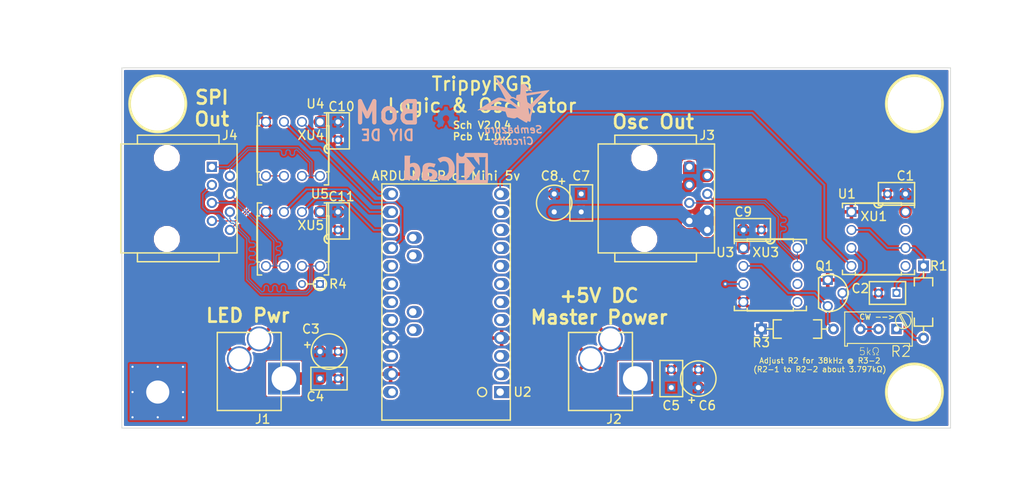
<source format=kicad_pcb>
(kicad_pcb (version 20171130) (host pcbnew "(5.0.0-rc2-100-g6d77e594b)")
  (title_block (title "Interactive Rainbow") (date 2018-06-08) (rev 1.0.2) (company "Sembazuru Circuits (for Barrel of Makers)") (comment 1 "1.0.0 Initial layout.") (comment 2 "       future modification.") (comment 3 "1.0.1 Correct pinout for U1 (7555 timer). Add KiCad logo. Isolate unused gate input for") (comment 4 "1.0.2 Larger DIP8 holes; Update to KiCad v5 formatting."))
  (layers (0 F.Cu signal) (31 B.Cu signal) (34 B.Paste user) (35 F.Paste user) (36 B.SilkS user) (37 F.SilkS user) (38 B.Mask user) (39 F.Mask user) (44 Edge.Cuts user))
  (net 0 "")
  (net 1 +5V)
  (net 2 GND)
  (net 3 "Net-(C2-Pad1)")
  (net 4 /~IR_Osc+)
  (net 5 /~IR_Osc-)
  (net 6 /~SS+)
  (net 7 /~SS-)
  (net 8 /MISO+)
  (net 9 /MOSI+)
  (net 10 /MOSI-)
  (net 11 /MISO-)
  (net 12 /SCK+)
  (net 13 /SCK-)
  (net 14 /IR_Osc)
  (net 15 /~IR_Osc)
  (net 16 "Net-(R1-Pad2)")
  (net 17 /IR_Enable)
  (net 18 /~SS)
  (net 19 /MOSI)
  (net 20 /MISO)
  (net 21 /SCK)
  (module ipc-7251TH-standard:CAPPRD254W50D500H850 (layer F.Cu) (at 104.15539 116.21027)
    (fp_text reference C3 (at -1.28539 -3.18027) (layer F.SilkS) (effects (font (size 1.27 1.27) (thickness 0.2032))))
    (fp_text value 10µF)
    (fp_text user + (at -1.778 -1.016) (layer F.SilkS) (effects (font (thickness 0.2032))))
    (pad 2 thru_hole circle (at 2.54 0) (size 1.12 1.12) (drill 0.72) (layers *.Cu *.Mask) (net 2 GND))
    (pad 1 thru_hole rect (at 0 0) (size 1.12 1.12) (drill 0.72) (layers *.Cu *.Mask) (net 1 +5V))
  )
  (module ipc-7251TH-standard:CAPPRD254W50D500H850 (layer F.Cu) (at 157.49539 121.29027 90)
    (fp_text reference C6 (at -2.53473 1.25461 180) (layer F.SilkS) (effects (font (size 1.27 1.27) (thickness 0.2032))))
    (fp_text value 10µF)
    (fp_text user + (at -1.778 -1.016 90) (layer F.SilkS) (effects (font (thickness 0.2032))))
    (pad 2 thru_hole circle (at 2.54 0 90) (size 1.12 1.12) (drill 0.72) (layers *.Cu *.Mask) (net 2 GND))
    (pad 1 thru_hole rect (at 0 0 90) (size 1.12 1.12) (drill 0.72) (layers *.Cu *.Mask) (net 1 +5V))
  )
  (module ipc-7251TH-standard:CAPPRD254W50D500H850 (layer F.Cu) (at 137.17539 93.98527 270)
    (fp_text reference C8 (at -2.54527 0.65039) (layer F.SilkS) (effects (font (size 1.27 1.27) (thickness 0.2032))))
    (fp_text value 10µF)
    (fp_text user + (at -1.778 -1.016 270) (layer F.SilkS) (effects (font (thickness 0.2032))))
    (pad 2 thru_hole circle (at 2.54 0 270) (size 1.12 1.12) (drill 0.72) (layers *.Cu *.Mask) (net 2 GND))
    (pad 1 thru_hole rect (at 0 0 270) (size 1.12 1.12) (drill 0.72) (layers *.Cu *.Mask) (net 1 +5V))
  )
  (module ipc-7251TH-non-standard:TRIM_Bourns3296WA (layer F.Cu) (at 182.89539 113.03527 180)
    (fp_text reference R2 (at -3.15961 -3.16973 180) (layer F.SilkS) (effects (font (size 1.5 1.5))))
    (fp_text value 5kΩ (at 1.28539 -3.16973 180) (layer F.SilkS) (effects (font (size 1.016 1.016) (thickness 0.0762))))
    (fp_text user "CW -->" (at 0.1905 1.7145 180) (layer F.SilkS) (effects (font (size 0.75 0.75))))
    (pad 3 thru_hole circle (at 2.54 0 180) (size 1.46 1.46) (drill 0.76) (layers *.Cu *.Mask) (net 14 /IR_Osc))
    (pad 2 thru_hole circle (at 0 0 180) (size 1.46 1.46) (drill 0.76) (layers *.Cu *.Mask) (net 14 /IR_Osc))
    (pad 1 thru_hole rect (at -2.54 0 180) (size 1.46 1.46) (drill 0.76) (layers *.Cu *.Mask) (net 16 "Net-(R1-Pad2)"))
  )
  (module ipc-7251TH-standard:TO92184P520H734-3 (layer F.Cu) (at 175.74364 106.11543 270)
    (fp_text reference Q1 (at -1.97543 0.48364) (layer F.SilkS) (effects (font (size 1.27 1.27) (thickness 0.2032))))
    (fp_text value VN3205)
    (pad 3 thru_hole circle (at 3.68134 -0.0015 270) (size 1.41 1.41) (drill 0.94) (layers *.Cu *.Mask) (net 15 /~IR_Osc))
    (pad 2 thru_hole circle (at 1.83984 -2.07175 270) (size 1.41 1.41) (drill 0.94) (layers *.Cu *.Mask) (net 14 /IR_Osc))
    (pad 1 thru_hole rect (at -0.00166 -0.0015 270) (size 1.41 1.41) (drill 0.94) (layers *.Cu *.Mask) (net 2 GND))
  )
  (module ipc-7251TH-standard:DIPfS762W45P254L1016H508Q8 (layer F.Cu) (at 179.07 96.52527)
    (fp_text reference XU1 (at 3.175 0.62973 -180) (layer F.SilkS) (effects (font (size 1.27 1.27) (thickness 0.2032))))
    (fp_text value IC_Socket08)
  )
  (module ipc-7251TH-standard:DIPfS762W45P254L1016H508Q8 (layer F.Cu) (at 163.83 101.6)
    (fp_text reference XU3 (at 3.175 0.635 -180) (layer F.SilkS) (effects (font (size 1.27 1.27) (thickness 0.2032))))
    (fp_text value IC_Socket08)
  )
  (module ipc-7251TH-standard:DIPfS762W45P254L1016H508Q8 (layer F.Cu) (at 104.15539 83.82527 270)
    (fp_text reference XU4 (at 1.89973 1.28539) (layer F.SilkS) (effects (font (size 1.27 1.27) (thickness 0.2032))))
    (fp_text value IC_Socket08)
  )
  (module ipc-7251TH-standard:DIPfS762W45P254L1016H508Q8 (layer F.Cu) (at 104.15539 96.52527 270)
    (fp_text reference XU5 (at 1.89973 1.28539) (layer F.SilkS) (effects (font (size 1.27 1.27) (thickness 0.2032))))
    (fp_text value IC_Socket08)
  )
  (module ipc-7251TH-standard:DIPS762W45P254L1003H508Q8 (layer F.Cu) (at 179.08539 96.52)
    (fp_text reference U1 (at -0.65039 -2.54 -180) (layer F.SilkS) (effects (font (size 1.27 1.27) (thickness 0.2032))))
    (fp_text value ICM7555)
    (pad 8 thru_hole circle (at 7.62 0 270) (size 1.4 1.4) (drill 1) (layers *.Cu *.Mask) (net 1 +5V))
    (pad 7 thru_hole circle (at 7.62 2.54 270) (size 1.4 1.4) (drill 1) (layers *.Cu *.Mask))
    (pad 6 thru_hole circle (at 7.62 5.08 270) (size 1.4 1.4) (drill 1) (layers *.Cu *.Mask) (net 3 "Net-(C2-Pad1)"))
    (pad 5 thru_hole circle (at 7.62 7.62 270) (size 1.4 1.4) (drill 1) (layers *.Cu *.Mask))
    (pad 4 thru_hole circle (at 0 7.62 270) (size 1.4 1.4) (drill 1) (layers *.Cu *.Mask) (net 17 /IR_Enable))
    (pad 3 thru_hole circle (at 0 5.08 270) (size 1.4 1.4) (drill 1) (layers *.Cu *.Mask) (net 14 /IR_Osc))
    (pad 2 thru_hole circle (at 0 2.54 270) (size 1.4 1.4) (drill 1) (layers *.Cu *.Mask) (net 3 "Net-(C2-Pad1)"))
    (pad 1 thru_hole rect (at 0 0 270) (size 1.4 1.4) (drill 1) (layers *.Cu *.Mask) (net 2 GND))
  )
  (module ipc-7251TH-standard:DIPS762W45P254L1003H508Q8 (layer F.Cu) (at 163.84539 101.60527)
    (fp_text reference U3 (at -2.55539 0.62973 -180) (layer F.SilkS) (effects (font (size 1.27 1.27) (thickness 0.2032))))
    (fp_text value uA9638C)
    (pad 8 thru_hole circle (at 7.62 0 270) (size 1.4 1.4) (drill 1) (layers *.Cu *.Mask) (net 4 /~IR_Osc+))
    (pad 7 thru_hole circle (at 7.62 2.54 270) (size 1.4 1.4) (drill 1) (layers *.Cu *.Mask) (net 5 /~IR_Osc-))
    (pad 6 thru_hole circle (at 7.62 5.08 270) (size 1.4 1.4) (drill 1) (layers *.Cu *.Mask))
    (pad 5 thru_hole circle (at 7.62 7.62 270) (size 1.4 1.4) (drill 1) (layers *.Cu *.Mask))
    (pad 4 thru_hole circle (at 0 7.62 270) (size 1.4 1.4) (drill 1) (layers *.Cu *.Mask) (net 2 GND))
    (pad 3 thru_hole circle (at 0 5.08 270) (size 1.4 1.4) (drill 1) (layers *.Cu *.Mask) (net 2 GND))
    (pad 2 thru_hole circle (at 0 2.54 270) (size 1.4 1.4) (drill 1) (layers *.Cu *.Mask) (net 15 /~IR_Osc))
    (pad 1 thru_hole rect (at 0 0 270) (size 1.4 1.4) (drill 1) (layers *.Cu *.Mask) (net 1 +5V))
  )
  (module ipc-7251TH-standard:DIPS762W45P254L1003H508Q8 (layer F.Cu) (at 104.15539 83.82527 270)
    (fp_text reference U4 (at -2.54527 0.65039) (layer F.SilkS) (effects (font (size 1.27 1.27) (thickness 0.2032))))
    (fp_text value uA9638C)
    (pad 8 thru_hole circle (at 7.62 0 180) (size 1.4 1.4) (drill 1) (layers *.Cu *.Mask) (net 6 /~SS+))
    (pad 7 thru_hole circle (at 7.62 2.54 180) (size 1.4 1.4) (drill 1) (layers *.Cu *.Mask) (net 7 /~SS-))
    (pad 6 thru_hole circle (at 7.62 5.08 180) (size 1.4 1.4) (drill 1) (layers *.Cu *.Mask) (net 12 /SCK+))
    (pad 5 thru_hole circle (at 7.62 7.62 180) (size 1.4 1.4) (drill 1) (layers *.Cu *.Mask) (net 13 /SCK-))
    (pad 4 thru_hole circle (at 0 7.62 180) (size 1.4 1.4) (drill 1) (layers *.Cu *.Mask) (net 2 GND))
    (pad 3 thru_hole circle (at 0 5.08 180) (size 1.4 1.4) (drill 1) (layers *.Cu *.Mask) (net 21 /SCK))
    (pad 2 thru_hole circle (at 0 2.54 180) (size 1.4 1.4) (drill 1) (layers *.Cu *.Mask) (net 18 /~SS))
    (pad 1 thru_hole rect (at 0 0 180) (size 1.4 1.4) (drill 1) (layers *.Cu *.Mask) (net 1 +5V))
  )
  (module ipc-7251TH-standard:DIPS762W45P254L1003H508Q8 (layer F.Cu) (at 104.15539 96.52527 270)
    (fp_text reference U5 (at -2.54527 0.01539) (layer F.SilkS) (effects (font (size 1.27 1.27) (thickness 0.2032))))
    (fp_text value DS8921)
    (pad 8 thru_hole circle (at 7.62 0 180) (size 1.4 1.4) (drill 1) (layers *.Cu *.Mask) (net 8 /MISO+))
    (pad 7 thru_hole circle (at 7.62 2.54 180) (size 1.4 1.4) (drill 1) (layers *.Cu *.Mask) (net 11 /MISO-))
    (pad 6 thru_hole circle (at 7.62 5.08 180) (size 1.4 1.4) (drill 1) (layers *.Cu *.Mask) (net 9 /MOSI+))
    (pad 5 thru_hole circle (at 7.62 7.62 180) (size 1.4 1.4) (drill 1) (layers *.Cu *.Mask) (net 10 /MOSI-))
    (pad 4 thru_hole circle (at 0 7.62 180) (size 1.4 1.4) (drill 1) (layers *.Cu *.Mask) (net 2 GND))
    (pad 3 thru_hole circle (at 0 5.08 180) (size 1.4 1.4) (drill 1) (layers *.Cu *.Mask) (net 19 /MOSI))
    (pad 2 thru_hole circle (at 0 2.54 180) (size 1.4 1.4) (drill 1) (layers *.Cu *.Mask) (net 20 /MISO))
    (pad 1 thru_hole rect (at 0 0 180) (size 1.4 1.4) (drill 1) (layers *.Cu *.Mask) (net 1 +5V))
  )
  (module ipc-7251TH-standard:CAPRR254W51L508T318H660P (layer F.Cu) (at 186.70539 93.98527 180)
    (fp_text reference C1 (at 0.01539 2.54527 180) (layer F.SilkS) (effects (font (size 1.27 1.27) (thickness 0.2032))))
    (fp_text value 0.1µF)
    (pad 2 thru_hole circle (at 2.54 0 180) (size 1.19888 1.19888) (drill 0.70104) (layers *.Cu *.Mask) (net 2 GND))
    (pad 1 thru_hole rect (at 0 0 180) (size 1.12014 1.12014) (drill 0.70104) (layers *.Cu *.Mask) (net 1 +5V))
  )
  (module ipc-7251TH-standard:CAPRR254W51L508T318H660P (layer F.Cu) (at 185.43539 107.95527 180)
    (fp_text reference C2 (at 5.09539 0.64027 180) (layer F.SilkS) (effects (font (size 1.27 1.27) (thickness 0.2032))))
    (fp_text value 0.001µF)
    (pad 2 thru_hole circle (at 2.54 0 180) (size 1.19888 1.19888) (drill 0.70104) (layers *.Cu *.Mask) (net 2 GND))
    (pad 1 thru_hole rect (at 0 0 180) (size 1.12014 1.12014) (drill 0.70104) (layers *.Cu *.Mask) (net 3 "Net-(C2-Pad1)"))
  )
  (module ipc-7251TH-standard:CAPRR254W51L508T318H660P (layer F.Cu) (at 104.15539 120.02027)
    (fp_text reference C4 (at -0.65039 2.53473) (layer F.SilkS) (effects (font (size 1.27 1.27) (thickness 0.2032))))
    (fp_text value 0.1µF)
    (pad 2 thru_hole circle (at 2.54 0) (size 1.19888 1.19888) (drill 0.70104) (layers *.Cu *.Mask) (net 2 GND))
    (pad 1 thru_hole rect (at 0 0) (size 1.12014 1.12014) (drill 0.70104) (layers *.Cu *.Mask) (net 1 +5V))
  )
  (module ipc-7251TH-standard:CAPRR254W51L508T318H660P (layer F.Cu) (at 153.68539 121.29027 90)
    (fp_text reference C5 (at -2.53473 -0.01539 180) (layer F.SilkS) (effects (font (size 1.27 1.27) (thickness 0.2032))))
    (fp_text value 0.1µF)
    (pad 2 thru_hole circle (at 2.54 0 90) (size 1.19888 1.19888) (drill 0.70104) (layers *.Cu *.Mask) (net 2 GND))
    (pad 1 thru_hole rect (at 0 0 90) (size 1.12014 1.12014) (drill 0.70104) (layers *.Cu *.Mask) (net 1 +5V))
  )
  (module ipc-7251TH-standard:CAPRR254W51L508T318H660P (layer F.Cu) (at 140.98539 93.98527 270)
    (fp_text reference C7 (at -2.54527 0.01539) (layer F.SilkS) (effects (font (size 1.27 1.27) (thickness 0.2032))))
    (fp_text value 0.1µF)
    (pad 2 thru_hole circle (at 2.54 0 270) (size 1.19888 1.19888) (drill 0.70104) (layers *.Cu *.Mask) (net 2 GND))
    (pad 1 thru_hole rect (at 0 0 270) (size 1.12014 1.12014) (drill 0.70104) (layers *.Cu *.Mask) (net 1 +5V))
  )
  (module ipc-7251TH-standard:CAPRR254W51L508T318H660P (layer F.Cu) (at 163.84539 99.06527)
    (fp_text reference C9 (at -0.01539 -2.54) (layer F.SilkS) (effects (font (size 1.27 1.27) (thickness 0.2032))))
    (fp_text value 0.1µF)
    (pad 2 thru_hole circle (at 2.54 0) (size 1.19888 1.19888) (drill 0.70104) (layers *.Cu *.Mask) (net 2 GND))
    (pad 1 thru_hole rect (at 0 0) (size 1.12014 1.12014) (drill 0.70104) (layers *.Cu *.Mask) (net 1 +5V))
  )
  (module ipc-7251TH-standard:CAPRR254W51L508T318H660P (layer F.Cu) (at 106.69539 83.82527 270)
    (fp_text reference C10 (at -2.16427 -0.49261) (layer F.SilkS) (effects (font (size 1.27 1.27) (thickness 0.2032))))
    (fp_text value 0.1µF)
    (pad 2 thru_hole circle (at 2.54 0 270) (size 1.19888 1.19888) (drill 0.70104) (layers *.Cu *.Mask) (net 2 GND))
    (pad 1 thru_hole rect (at 0 0 270) (size 1.12014 1.12014) (drill 0.70104) (layers *.Cu *.Mask) (net 1 +5V))
  )
  (module ipc-7251TH-standard:CAPRR254W51L508T318H660P (layer F.Cu) (at 106.69539 96.52527 270)
    (fp_text reference C11 (at -2.16427 -0.49261) (layer F.SilkS) (effects (font (size 1.27 1.27) (thickness 0.2032))))
    (fp_text value 0.1µF)
    (pad 2 thru_hole circle (at 2.54 0 270) (size 1.19888 1.19888) (drill 0.70104) (layers *.Cu *.Mask) (net 2 GND))
    (pad 1 thru_hole rect (at 0 0 270) (size 1.12014 1.12014) (drill 0.70104) (layers *.Cu *.Mask) (net 1 +5V))
  )
  (module ipc-7251TH-connectors:KYCON_KLDVHCX-0202-x_CirHole (layer F.Cu) (at 94.17539 120.02027 180)
    (fp_text reference J1 (at -1.905 -5.715 180) (layer F.SilkS) (effects (font (size 1.27 1.27) (thickness 0.2032))))
    (fp_text value KLDVHCX-0202-A)
    (pad 3 thru_hole circle (at 1.4 2.8 180) (size 3.5 3.5) (drill 3) (layers *.Cu *.Mask) (net 2 GND))
    (pad 2 thru_hole circle (at -1.4 5.6 180) (size 3.5 3.5) (drill 3) (layers *.Cu *.Mask) (net 2 GND))
    (pad 1 thru_hole rect (at -4.9 0 270) (size 4.5 4.5) (drill 3.5) (layers *.Cu *.Mask) (net 1 +5V))
  )
  (module ipc-7251TH-connectors:KYCON_KLDVHCX-0202-x_CirHole (layer F.Cu) (at 143.70539 120.02027 180)
    (fp_text reference J2 (at -1.905 -5.715 180) (layer F.SilkS) (effects (font (size 1.27 1.27) (thickness 0.2032))))
    (fp_text value KLDVHCX-0202-A)
    (pad 3 thru_hole circle (at 1.4 2.8 180) (size 3.5 3.5) (drill 3) (layers *.Cu *.Mask) (net 2 GND))
    (pad 2 thru_hole circle (at -1.4 5.6 180) (size 3.5 3.5) (drill 3) (layers *.Cu *.Mask) (net 2 GND))
    (pad 1 thru_hole rect (at -4.9 0 270) (size 4.5 4.5) (drill 3.5) (layers *.Cu *.Mask) (net 1 +5V))
  )
  (module ipc-7251TH-connectors:WURTH_615008144221 (layer F.Cu) (at 156.22539 90.17527 270)
    (fp_text reference J3 (at -4.45027 -2.52461) (layer F.SilkS) (effects (font (size 1.27 1.27) (thickness 0.2032))))
    (fp_text value RJ45-Unshielded)
    (pad "" np_thru_hole circle (at -1.265 6.35 270) (size 3.17 3.17) (drill 3.17) (layers *.Cu *.Mask))
    (pad "" np_thru_hole circle (at 10.165 6.35 270) (size 3.17 3.17) (drill 3.17) (layers *.Cu *.Mask))
    (pad 8 thru_hole circle (at 8.89 -2.54 270) (size 1.44 1.44) (drill 0.9) (layers *.Cu *.Mask) (net 2 GND))
    (pad 7 thru_hole circle (at 7.62 0 270) (size 1.44 1.44) (drill 0.9) (layers *.Cu *.Mask) (net 2 GND))
    (pad 6 thru_hole circle (at 6.35 -2.54 270) (size 1.44 1.44) (drill 0.9) (layers *.Cu *.Mask) (net 2 GND))
    (pad 5 thru_hole circle (at 5.08 0 270) (size 1.44 1.44) (drill 0.9) (layers *.Cu *.Mask) (net 5 /~IR_Osc-))
    (pad 4 thru_hole circle (at 3.81 -2.54 270) (size 1.44 1.44) (drill 0.9) (layers *.Cu *.Mask) (net 4 /~IR_Osc+))
    (pad 3 thru_hole circle (at 2.54 0 270) (size 1.44 1.44) (drill 0.9) (layers *.Cu *.Mask) (net 1 +5V))
    (pad 2 thru_hole circle (at 1.27 -2.54 270) (size 1.44 1.44) (drill 0.9) (layers *.Cu *.Mask) (net 1 +5V))
    (pad 1 thru_hole rect (at 0 0 270) (size 1.44 1.44) (drill 0.9) (layers *.Cu *.Mask) (net 1 +5V))
  )
  (module ipc-7251TH-connectors:WURTH_615008144221 (layer F.Cu) (at 88.91539 90.17527 270)
    (fp_text reference J4 (at -4.45027 -2.52461) (layer F.SilkS) (effects (font (size 1.27 1.27) (thickness 0.2032))))
    (fp_text value RJ45-Unshielded)
    (pad "" np_thru_hole circle (at -1.265 6.35 270) (size 3.17 3.17) (drill 3.17) (layers *.Cu *.Mask))
    (pad "" np_thru_hole circle (at 10.165 6.35 270) (size 3.17 3.17) (drill 3.17) (layers *.Cu *.Mask))
    (pad 8 thru_hole circle (at 8.89 -2.54 270) (size 1.44 1.44) (drill 0.9) (layers *.Cu *.Mask) (net 13 /SCK-))
    (pad 7 thru_hole circle (at 7.62 0 270) (size 1.44 1.44) (drill 0.9) (layers *.Cu *.Mask) (net 12 /SCK+))
    (pad 6 thru_hole circle (at 6.35 -2.54 270) (size 1.44 1.44) (drill 0.9) (layers *.Cu *.Mask) (net 11 /MISO-))
    (pad 5 thru_hole circle (at 5.08 0 270) (size 1.44 1.44) (drill 0.9) (layers *.Cu *.Mask) (net 10 /MOSI-))
    (pad 4 thru_hole circle (at 3.81 -2.54 270) (size 1.44 1.44) (drill 0.9) (layers *.Cu *.Mask) (net 9 /MOSI+))
    (pad 3 thru_hole circle (at 2.54 0 270) (size 1.44 1.44) (drill 0.9) (layers *.Cu *.Mask) (net 8 /MISO+))
    (pad 2 thru_hole circle (at 1.27 -2.54 270) (size 1.44 1.44) (drill 0.9) (layers *.Cu *.Mask) (net 7 /~SS-))
    (pad 1 thru_hole rect (at 0 0 270) (size 1.44 1.44) (drill 0.9) (layers *.Cu *.Mask) (net 6 /~SS+))
  )
  (module ipc-7251TH-standard:MTGNP794H326Z794P (layer F.Cu) (at 187.96 121.92 180)
    (fp_text reference MH2 hide)
    (fp_text value "#4 NPTH" hide)
    (pad "" np_thru_hole circle (at 0 0 180) (size 3.26 3.26) (drill 3.26) (layers *.Cu *.Mask) (clearance 2.34))
  )
  (module ipc-7251TH-standard:MTGNP794H326Z794P (layer F.Cu) (at 187.96 81.28 180)
    (fp_text reference MH3 hide)
    (fp_text value "#4 NPTH" hide)
    (pad "" np_thru_hole circle (at 0 0 180) (size 3.26 3.26) (drill 3.26) (layers *.Cu *.Mask) (clearance 2.34))
  )
  (module ipc-7251TH-standard:MTGNP794H326Z794P (layer F.Cu) (at 81.28 81.28 180)
    (fp_text reference MH4 hide)
    (fp_text value "#4 NPTH" hide)
    (pad "" np_thru_hole circle (at 0 0 180) (size 3.26 3.26) (drill 3.26) (layers *.Cu *.Mask) (clearance 2.34))
  )
  (module ipc-7251TH-standard:MTGP794H326V8P (layer F.Cu) (at 81.28 121.92 180)
    (fp_text reference MH1 hide)
    (fp_text value "#4 PTH" hide)
    (pad 0 thru_hole rect (at -3.556 3.556 180) (size 0.762 0.762) (drill 0.3048) (layers *.Cu *.Mask) (net 2 GND))
    (pad 0 thru_hole rect (at -3.556 0 180) (size 0.762 0.762) (drill 0.3048) (layers *.Cu *.Mask) (net 2 GND))
    (pad 0 thru_hole rect (at -3.556 -3.556 180) (size 0.762 0.762) (drill 0.3048) (layers *.Cu *.Mask) (net 2 GND))
    (pad 0 thru_hole rect (at 0 -3.556 180) (size 0.762 0.762) (drill 0.3048) (layers *.Cu *.Mask) (net 2 GND))
    (pad 0 thru_hole rect (at 3.556 -3.556 180) (size 0.762 0.762) (drill 0.3048) (layers *.Cu *.Mask) (net 2 GND))
    (pad 0 thru_hole rect (at 3.556 0 180) (size 0.762 0.762) (drill 0.3048) (layers *.Cu *.Mask) (net 2 GND))
    (pad 0 thru_hole rect (at 3.556 3.556 180) (size 0.762 0.762) (drill 0.3048) (layers *.Cu *.Mask) (net 2 GND))
    (pad 0 thru_hole rect (at 0 3.556 180) (size 0.762 0.762) (drill 0.3048) (layers *.Cu *.Mask) (net 2 GND))
    (pad 0 thru_hole rect (at 0 0 180) (size 7.94 7.94) (drill 3.26) (layers *.Cu *.Mask) (net 2 GND))
  )
  (module ipc-7251TH-standard:RESAD1016W56L681D259 (layer F.Cu) (at 189.24539 104.14527 270)
    (fp_text reference R1 (at -0.00527 -2.14361) (layer F.SilkS) (effects (font (size 1.27 1.27) (thickness 0.2032))))
    (fp_text value 15kΩ)
    (pad 1 thru_hole rect (at 0 0 270) (size 1.53 1.53) (drill 0.8128) (layers *.Cu *.Mask) (net 3 "Net-(C2-Pad1)"))
    (pad 2 thru_hole circle (at 10.16 0 270) (size 1.53 1.53) (drill 0.8128) (layers *.Cu *.Mask) (net 16 "Net-(R1-Pad2)"))
  )
  (module ipc-7251TH-standard:RESAD1016W56L681D259 (layer F.Cu) (at 166.38539 113.03527)
    (fp_text reference R3 (at -0.01539 1.89973) (layer F.SilkS) (effects (font (size 1.27 1.27) (thickness 0.2032))))
    (fp_text value 15kΩ)
    (pad 1 thru_hole rect (at 0 0) (size 1.53 1.53) (drill 0.8128) (layers *.Cu *.Mask) (net 1 +5V))
    (pad 2 thru_hole circle (at 10.16 0) (size 1.53 1.53) (drill 0.8128) (layers *.Cu *.Mask) (net 15 /~IR_Osc))
  )
  (module ipc-7251TH-standard:RESADV254W45L350D185 (layer F.Cu) (at 104.15539 106.68527 180)
    (fp_text reference R4 (at -2.52461 0 180) (layer F.SilkS) (effects (font (size 1.27 1.27) (thickness 0.2032))))
    (fp_text value 100Ω)
    (pad 1 thru_hole rect (at 0 0 180) (size 1.10744 1.10744) (drill 0.70104) (layers *.Cu *.Mask) (net 8 /MISO+))
    (pad 2 thru_hole circle (at 2.54 0 180) (size 1.10744 1.10744) (drill 0.70104) (layers *.Cu *.Mask) (net 11 /MISO-))
  )
  (module arduino_shields:ARDUINO_Pro-MiniU (layer F.Cu) (at 121.93539 109.22527 180)
    (fp_text reference U2 (at -10.77961 -12.69473) (layer F.SilkS) (effects (font (size 1.27 1.27) (thickness 0.2032))))
    (fp_text value "ARDUINO_Pro-Mini 5v" (at 0.01539 17.78527) (layer F.SilkS) (effects (font (size 1.27 1.27) (thickness 0.2032))))
    (pad 1 thru_hole rect (at -7.62 -12.7) (size 2.12 1.7) (drill 1.05 (offset 0.21 0)) (layers *.Cu *.Mask))
    (pad 2 thru_hole oval (at -7.62 -10.16) (size 2.12 1.7) (drill 1.05 (offset 0.21 0)) (layers *.Cu *.Mask))
    (pad 3 thru_hole oval (at -7.62 -7.62) (size 2.12 1.7) (drill 1.05 (offset 0.21 0)) (layers *.Cu *.Mask))
    (pad 4 thru_hole oval (at -7.62 -5.08) (size 2.12 1.7) (drill 1.05 (offset 0.21 0)) (layers *.Cu *.Mask) (net 2 GND))
    (pad 5 thru_hole oval (at -7.62 -2.54) (size 2.12 1.7) (drill 1.05 (offset 0.21 0)) (layers *.Cu *.Mask))
    (pad 6 thru_hole oval (at -7.62 0) (size 2.12 1.7) (drill 1.05 (offset 0.21 0)) (layers *.Cu *.Mask))
    (pad 7 thru_hole oval (at -7.62 2.54) (size 2.12 1.7) (drill 1.05 (offset 0.21 0)) (layers *.Cu *.Mask))
    (pad 8 thru_hole oval (at -7.62 5.08) (size 2.12 1.7) (drill 1.05 (offset 0.21 0)) (layers *.Cu *.Mask))
    (pad 9 thru_hole oval (at -7.62 7.62) (size 2.12 1.7) (drill 1.05 (offset 0.21 0)) (layers *.Cu *.Mask))
    (pad 10 thru_hole oval (at -7.62 10.16) (size 2.12 1.7) (drill 1.05 (offset 0.21 0)) (layers *.Cu *.Mask))
    (pad 11 thru_hole oval (at -7.62 12.7) (size 2.12 1.7) (drill 1.05 (offset 0.21 0)) (layers *.Cu *.Mask))
    (pad 12 thru_hole oval (at -7.62 15.24) (size 2.12 1.7) (drill 1.05 (offset 0.21 0)) (layers *.Cu *.Mask) (net 17 /IR_Enable))
    (pad 13 thru_hole oval (at 7.62 15.24 180) (size 2.12 1.7) (drill 1.05 (offset 0.21 0)) (layers *.Cu *.Mask) (net 18 /~SS))
    (pad 14 thru_hole oval (at 7.62 12.7 180) (size 2.12 1.7) (drill 1.05 (offset 0.21 0)) (layers *.Cu *.Mask) (net 19 /MOSI))
    (pad 15 thru_hole oval (at 7.62 10.16 180) (size 2.12 1.7) (drill 1.05 (offset 0.21 0)) (layers *.Cu *.Mask) (net 20 /MISO))
    (pad 16 thru_hole oval (at 7.62 7.62 180) (size 2.12 1.7) (drill 1.05 (offset 0.21 0)) (layers *.Cu *.Mask) (net 21 /SCK))
    (pad 17 thru_hole oval (at 7.62 5.08 180) (size 2.12 1.7) (drill 1.05 (offset 0.21 0)) (layers *.Cu *.Mask))
    (pad 18 thru_hole oval (at 7.62 2.54 180) (size 2.12 1.7) (drill 1.05 (offset 0.21 0)) (layers *.Cu *.Mask))
    (pad 19 thru_hole oval (at 7.62 0 180) (size 2.12 1.7) (drill 1.05 (offset 0.21 0)) (layers *.Cu *.Mask))
    (pad 20 thru_hole oval (at 7.62 -2.54 180) (size 2.12 1.7) (drill 1.05 (offset 0.21 0)) (layers *.Cu *.Mask))
    (pad 21 thru_hole oval (at 7.62 -5.08 180) (size 2.12 1.7) (drill 1.05 (offset 0.21 0)) (layers *.Cu *.Mask) (net 1 +5V))
    (pad 22 thru_hole oval (at 7.62 -7.62 180) (size 2.12 1.7) (drill 1.05 (offset 0.21 0)) (layers *.Cu *.Mask))
    (pad 23 thru_hole oval (at 7.62 -10.16 180) (size 2.12 1.7) (drill 1.05 (offset 0.21 0)) (layers *.Cu *.Mask) (net 2 GND))
    (pad 24 thru_hole oval (at 7.62 -12.7 180) (size 2.12 1.7) (drill 1.05 (offset 0.21 0)) (layers *.Cu *.Mask))
    (pad A4 thru_hole oval (at 4.699 -1.397) (size 2.12 1.7) (drill 1.05 (offset 0.21 0)) (layers *.Cu *.Mask))
    (pad A5 thru_hole oval (at 4.699 -3.937) (size 2.12 1.7) (drill 1.05 (offset 0.21 0)) (layers *.Cu *.Mask))
    (pad A6 thru_hole oval (at 4.699 9.0678) (size 2.12 1.7) (drill 1.05 (offset 0.21 0)) (layers *.Cu *.Mask))
    (pad A7 thru_hole oval (at 4.699 6.5278) (size 2.12 1.7) (drill 1.05 (offset 0.21 0)) (layers *.Cu *.Mask))
  )
  (module logos:OSHW_03mm_copper_noMask (layer B.Cu) (at 121.92 83.185 180)
    (fp_text reference G*** hide)
    (fp_text value LOGO hide)
    (fp_poly (pts (xy -1.01092 -1.4986) (xy -0.99314 -1.48844) (xy -0.95504 -1.46558) (xy -0.89916 -1.42748) (xy -0.83312 -1.3843) (xy -0.76708 -1.33858) (xy -0.7112 -1.30302) (xy -0.6731 -1.27762) (xy -0.65786 -1.27) (xy -0.65024 -1.27254) (xy -0.61722 -1.28778) (xy -0.57404 -1.31064) (xy -0.5461 -1.32588) (xy -0.50546 -1.34366) (xy -0.4826 -1.3462) (xy -0.48006 -1.34112) (xy -0.46482 -1.31064) (xy -0.44196 -1.25476) (xy -0.40894 -1.18364) (xy -0.37338 -1.09728) (xy -0.33528 -1.00584) (xy -0.29464 -0.9144) (xy -0.25908 -0.8255) (xy -0.22606 -0.74422) (xy -0.20066 -0.67818) (xy -0.18288 -0.635) (xy -0.17526 -0.61468) (xy -0.1778 -0.6096) (xy -0.19812 -0.58928) (xy -0.23622 -0.56388) (xy -0.31496 -0.49784) (xy -0.3937 -0.40132) (xy -0.43942 -0.2921) (xy -0.4572 -0.16764) (xy -0.44196 -0.05334) (xy -0.39878 0.05334) (xy -0.32258 0.1524) (xy -0.2286 0.22606) (xy -0.12192 0.27178) (xy 0 0.28702) (xy 0.1143 0.27432) (xy 0.22606 0.2286) (xy 0.32512 0.15494) (xy 0.3683 0.10668) (xy 0.42418 0.00762) (xy 0.4572 -0.09906) (xy 0.45974 -0.127) (xy 0.45466 -0.24384) (xy 0.42164 -0.3556) (xy 0.35814 -0.45466) (xy 0.27432 -0.53848) (xy 0.26162 -0.5461) (xy 0.22352 -0.57658) (xy 0.19558 -0.5969) (xy 0.17526 -0.61214) (xy 0.32512 -0.97282) (xy 0.34798 -1.0287) (xy 0.38862 -1.12776) (xy 0.42418 -1.21158) (xy 0.45466 -1.28016) (xy 0.47498 -1.32588) (xy 0.4826 -1.34366) (xy 0.49784 -1.3462) (xy 0.52324 -1.33604) (xy 0.57404 -1.31318) (xy 0.60706 -1.2954) (xy 0.64516 -1.27762) (xy 0.66294 -1.27) (xy 0.67818 -1.27762) (xy 0.71374 -1.30048) (xy 0.76708 -1.33604) (xy 0.83312 -1.38176) (xy 0.89408 -1.4224) (xy 0.94996 -1.4605) (xy 0.9906 -1.4859) (xy 1.01092 -1.49606) (xy 1.01346 -1.49606) (xy 1.03124 -1.4859) (xy 1.06426 -1.4605) (xy 1.11252 -1.41478) (xy 1.1811 -1.3462) (xy 1.19126 -1.3335) (xy 1.24968 -1.27762) (xy 1.2954 -1.22936) (xy 1.32588 -1.1938) (xy 1.33858 -1.17856) (xy 1.32842 -1.15824) (xy 1.30048 -1.1176) (xy 1.26492 -1.05918) (xy 1.2192 -0.99314) (xy 1.09982 -0.82042) (xy 1.16586 -0.65786) (xy 1.18618 -0.60706) (xy 1.21158 -0.5461) (xy 1.22936 -0.50292) (xy 1.23952 -0.48514) (xy 1.2573 -0.47752) (xy 1.30048 -0.46736) (xy 1.36652 -0.45466) (xy 1.44272 -0.43942) (xy 1.51638 -0.42672) (xy 1.58242 -0.41402) (xy 1.63068 -0.40386) (xy 1.65354 -0.40132) (xy 1.65862 -0.39624) (xy 1.6637 -0.38608) (xy 1.66624 -0.36322) (xy 1.66624 -0.32258) (xy 1.66878 -0.25908) (xy 1.66878 -0.16764) (xy 1.66878 -0.15748) (xy 1.66624 -0.07112) (xy 1.66624 0) (xy 1.6637 0.04318) (xy 1.66116 0.06096) (xy 1.6383 0.06604) (xy 1.59258 0.0762) (xy 1.52654 0.0889) (xy 1.4478 0.10414) (xy 1.44272 0.10668) (xy 1.36398 0.12192) (xy 1.2954 0.13462) (xy 1.24968 0.14478) (xy 1.2319 0.1524) (xy 1.22682 0.15748) (xy 1.21158 0.18796) (xy 1.18872 0.23622) (xy 1.16078 0.29718) (xy 1.13538 0.35814) (xy 1.11506 0.41402) (xy 1.09982 0.4572) (xy 1.09474 0.47498) (xy 1.10744 0.4953) (xy 1.13284 0.53594) (xy 1.17094 0.59182) (xy 1.2192 0.6604) (xy 1.22174 0.66548) (xy 1.26746 0.73152) (xy 1.30302 0.7874) (xy 1.32842 0.82804) (xy 1.33858 0.84582) (xy 1.33604 0.84836) (xy 1.32334 0.86614) (xy 1.28778 0.90424) (xy 1.23952 0.95504) (xy 1.1811 1.016) (xy 1.16332 1.03378) (xy 1.09728 1.09728) (xy 1.05156 1.13792) (xy 1.02362 1.16078) (xy 1.01092 1.16586) (xy 0.9906 1.15316) (xy 0.94742 1.12522) (xy 0.89154 1.08712) (xy 0.82296 1.0414) (xy 0.81788 1.03632) (xy 0.75184 0.9906) (xy 0.69596 0.95504) (xy 0.65786 0.9271) (xy 0.64008 0.91694) (xy 0.63754 0.91694) (xy 0.6096 0.92456) (xy 0.56134 0.94234) (xy 0.50292 0.9652) (xy 0.44196 0.9906) (xy 0.38608 1.01346) (xy 0.3429 1.03124) (xy 0.32512 1.04394) (xy 0.32258 1.04394) (xy 0.3175 1.06934) (xy 0.3048 1.1176) (xy 0.28956 1.18618) (xy 0.27432 1.27) (xy 0.27178 1.2827) (xy 0.25654 1.36144) (xy 0.24384 1.42748) (xy 0.23622 1.4732) (xy 0.23114 1.49098) (xy 0.21844 1.49352) (xy 0.18034 1.49606) (xy 0.12192 1.4986) (xy 0.0508 1.4986) (xy -0.0254 1.4986) (xy -0.09906 1.49606) (xy -0.16002 1.49606) (xy -0.20574 1.49098) (xy -0.22606 1.48844) (xy -0.22606 1.4859) (xy -0.23368 1.46304) (xy -0.24384 1.41224) (xy -0.25654 1.34366) (xy -0.27432 1.26238) (xy -0.27686 1.24714) (xy -0.2921 1.1684) (xy -0.3048 1.10236) (xy -0.31496 1.05664) (xy -0.32004 1.03886) (xy -0.32512 1.03632) (xy -0.35814 1.02108) (xy -0.41148 1.00076) (xy -0.47752 0.97282) (xy -0.62992 0.91186) (xy -0.81788 1.03886) (xy -0.83566 1.05156) (xy -0.9017 1.09728) (xy -0.95758 1.13538) (xy -0.99568 1.15824) (xy -1.01346 1.1684) (xy -1.03378 1.15062) (xy -1.06934 1.1176) (xy -1.12014 1.0668) (xy -1.17856 1.00838) (xy -1.22428 0.9652) (xy -1.27508 0.91186) (xy -1.3081 0.8763) (xy -1.32588 0.85344) (xy -1.33096 0.84074) (xy -1.33096 0.83058) (xy -1.31826 0.8128) (xy -1.29032 0.76962) (xy -1.25222 0.71374) (xy -1.2065 0.6477) (xy -1.1684 0.59182) (xy -1.12776 0.52832) (xy -1.10236 0.48514) (xy -1.0922 0.46228) (xy -1.09474 0.45212) (xy -1.10744 0.41656) (xy -1.1303 0.36068) (xy -1.15824 0.29464) (xy -1.22428 0.14732) (xy -1.3208 0.127) (xy -1.37922 0.11684) (xy -1.46304 0.1016) (xy -1.54178 0.08636) (xy -1.6637 0.06096) (xy -1.66878 -0.38862) (xy -1.64846 -0.39624) (xy -1.63068 -0.40132) (xy -1.58496 -0.41148) (xy -1.52146 -0.42418) (xy -1.44272 -0.43942) (xy -1.37922 -0.45212) (xy -1.31318 -0.46482) (xy -1.26492 -0.47244) (xy -1.2446 -0.47752) (xy -1.23952 -0.48514) (xy -1.22174 -0.51562) (xy -1.19888 -0.56642) (xy -1.17348 -0.62738) (xy -1.14554 -0.69088) (xy -1.12268 -0.7493) (xy -1.10744 -0.79502) (xy -1.09982 -0.81788) (xy -1.10998 -0.83566) (xy -1.13538 -0.87376) (xy -1.17094 -0.92964) (xy -1.21666 -0.99568) (xy -1.25984 -1.05918) (xy -1.29794 -1.1176) (xy -1.32334 -1.1557) (xy -1.33604 -1.17602) (xy -1.33096 -1.18872) (xy -1.30302 -1.2192) (xy -1.25476 -1.27) (xy -1.1811 -1.34366) (xy -1.1684 -1.35382) (xy -1.10998 -1.41224) (xy -1.06172 -1.45796) (xy -1.02616 -1.48844) (xy -1.01092 -1.4986)) (layer B.Cu) (width 0.00254))
  )
  (module logos:crane_0.40in_silkscreen (layer B.Cu) (at 131.445 80.645 180)
    (fp_text reference G*** hide)
    (fp_text value LOGO hide)
  )
  (module Symbols:Symbol_KiCAD-Logo_CopperAndSilkScreenTop (layer B.Cu) (at 121.92 90.17 180)
    (fp_text reference REF** hide)
    (fp_text value "KiCAD Logo" hide)
  )
  (gr_text "Adjust R2 for 38kHz @ R3-2\n(R2-1 to R2-2 about 3.797kΩ)" (at 174.625 118.11) (layer F.SilkS) (effects (font (size 0.762 0.762) (thickness 0.127))))
  (gr_text "+5V DC\nMaster Power" (at 143.51 109.855) (layer F.SilkS) (effects (font (size 1.905 1.905) (thickness 0.381))))
  (gr_text "LED Pwr" (at 93.98 111.125) (layer F.SilkS) (effects (font (size 1.905 1.905) (thickness 0.381))))
  (gr_text "Osc Out" (at 151.13 83.82) (layer F.SilkS) (effects (font (size 1.905 1.905) (thickness 0.381))))
  (gr_text "SPI\nOut" (at 88.9 81.915) (layer F.SilkS) (effects (font (size 1.905 1.905) (thickness 0.381))))
  (gr_text "Sch V2.0.4\nPcb V1.0.2" (at 127 85.09) (layer F.SilkS) (effects (font (size 1 1) (thickness 0.2))))
  (gr_text "TrippyRGB\nLogic & Oscillator" (at 127 80.01) (layer F.SilkS) (effects (font (size 1.905 1.905) (thickness 0.3175))))
  (gr_text "Sembazuru\nCircuits" (at 131.445 85.725) (layer B.SilkS) (effects (font (size 1 1) (thickness 0.2) italic) (justify mirror)))
  (gr_text "DIY DE" (at 113.665 85.725) (layer B.SilkS) (effects (font (size 1.5 1.5) (thickness 0.3)) (justify mirror)))
  (gr_text BoM (at 113.665 82.55) (layer B.SilkS) (effects (font (size 3 3) (thickness 0.6)) (justify mirror)))
  (gr_line (start 76.21539 127.00527) (end 193.05539 127.00527) (layer Edge.Cuts) (width 0.1))
  (gr_line (start 76.21539 127.00527) (end 76.21539 76.20527) (layer Edge.Cuts) (width 0.1))
  (gr_line (start 193.05539 127.00527) (end 193.05539 76.20527) (angle 90) (layer Edge.Cuts) (width 0.1))
  (gr_line (start 193.05539 76.20527) (end 76.21539 76.20527) (angle 90) (layer Edge.Cuts) (width 0.1))
  (segment (start 186.70539 93.98527) (end 186.70539 96.52) (width 1.778) (layer F.Cu) (net 1))
  (segment (start 163.84539 99.06527) (end 163.84539 101.60527) (width 1.778) (layer F.Cu) (net 1))
  (segment (start 106.69539 96.52527) (end 104.15539 96.52527) (width 1.778) (layer F.Cu) (net 1))
  (segment (start 106.69539 83.82527) (end 104.15539 83.82527) (width 1.778) (layer F.Cu) (net 1))
  (segment (start 157.49539 121.29027) (end 153.68539 121.29027) (width 1.778) (layer F.Cu) (net 1))
  (segment (start 153.68539 121.29027) (end 149.87539 121.29027) (width 1.778) (layer F.Cu) (net 1))
  (segment (start 149.87539 121.29027) (end 148.60539 120.02027) (width 1.778) (layer F.Cu) (net 1))
  (segment (start 148.60539 120.02027) (end 148.60539 120.66539) (width 1.778) (layer F.Cu) (net 1))
  (segment (start 104.15539 120.02027) (end 104.15539 116.21027) (width 1.778) (layer F.Cu) (net 1))
  (segment (start 99.07539 120.02027) (end 104.15539 120.02027) (width 1.778) (layer F.Cu) (net 1))
  (segment (start 140.98539 93.98527) (end 137.17539 93.98527) (width 1.778) (layer F.Cu) (net 1))
  (segment (start 156.22539 92.71527) (end 154.95539 93.98527) (width 1.778) (layer F.Cu) (net 1))
  (segment (start 154.95539 93.98527) (end 140.98539 93.98527) (width 1.778) (layer F.Cu) (net 1))
  (segment (start 156.22539 90.17527) (end 156.22539 92.71527) (width 1.778) (layer F.Cu) (net 1))
  (segment (start 158.76539 91.44527) (end 157.49539 91.44527) (width 1.778) (layer F.Cu) (net 1))
  (segment (start 157.49539 91.44527) (end 156.22539 90.17527) (width 1.778) (layer F.Cu) (net 1))
  (segment (start 157.49539 91.44527) (end 156.22539 92.71527) (width 1.778) (layer F.Cu) (net 1))
  (via (at 161.29527 106.68527) (size 0.6858) (drill 0.3302) (layers F.Cu B.Cu) (net 2))
  (segment (start 163.84539 106.68527) (end 161.29527 106.68527) (width 0.254) (layer B.Cu) (net 2))
  (segment (start 161.29527 106.68527) (end 161.29 106.68) (width 0.254) (layer B.Cu) (net 2))
  (segment (start 158.76539 99.06527) (end 158.76539 96.52527) (width 1.778) (layer B.Cu) (net 2))
  (segment (start 158.76539 99.06527) (end 157.49539 97.79527) (width 1.778) (layer B.Cu) (net 2))
  (segment (start 156.22539 97.79527) (end 157.49539 97.79527) (width 1.778) (layer B.Cu) (net 2))
  (segment (start 157.49539 97.79527) (end 158.76539 96.52527) (width 1.778) (layer B.Cu) (net 2))
  (segment (start 140.98539 96.52527) (end 154.95539 96.52527) (width 1.778) (layer B.Cu) (net 2))
  (segment (start 154.95539 96.52527) (end 156.22539 97.79527) (width 1.778) (layer B.Cu) (net 2))
  (segment (start 137.17539 96.52527) (end 140.98539 96.52527) (width 1.778) (layer B.Cu) (net 2))
  (segment (start 189.24539 105.39461) (end 188.57434 106.06566) (width 0.254) (layer B.Cu) (net 3))
  (segment (start 186.055 106.06566) (end 185.43539 106.68527) (width 0.254) (layer B.Cu) (net 3))
  (segment (start 188.57434 106.06566) (end 186.055 106.06566) (width 0.254) (layer B.Cu) (net 3))
  (segment (start 189.24539 104.14527) (end 189.24539 105.39461) (width 0.254) (layer B.Cu) (net 3))
  (segment (start 187.96 101.6) (end 189.24539 102.88539) (width 0.254) (layer B.Cu) (net 3))
  (segment (start 189.24539 102.88539) (end 189.24539 104.14527) (width 0.254) (layer B.Cu) (net 3))
  (segment (start 186.70539 101.6) (end 187.96 101.6) (width 0.254) (layer B.Cu) (net 3))
  (segment (start 184.15 101.6) (end 186.70539 101.6) (width 0.254) (layer B.Cu) (net 3))
  (segment (start 181.61 99.06) (end 184.15 101.6) (width 0.254) (layer B.Cu) (net 3))
  (segment (start 179.08539 99.06) (end 181.61 99.06) (width 0.254) (layer B.Cu) (net 3))
  (segment (start 185.43539 106.68527) (end 185.43539 107.95527) (width 0.254) (layer B.Cu) (net 3))
  (segment (start 158.76539 93.98527) (end 159.730591 94.950471) (width 0.1524) (layer B.Cu) (net 4))
  (segment (start 169.872349 98.897144) (end 169.864827 98.963901) (width 0.1524) (layer B.Cu) (net 4))
  (segment (start 159.730591 94.950471) (end 166.931117 94.950471) (width 0.1524) (layer B.Cu) (net 4))
  (segment (start 169.759395 97.462595) (end 169.806898 97.510098) (width 0.1524) (layer B.Cu) (net 4))
  (segment (start 166.931117 94.950471) (end 169.07779 97.097144) (width 0.1524) (layer B.Cu) (net 4))
  (segment (start 169.07779 97.097144) (end 169.085311 97.163901) (width 0.1524) (layer B.Cu) (net 4))
  (segment (start 169.107499 97.22731) (end 169.14324 97.284191) (width 0.1524) (layer B.Cu) (net 4))
  (segment (start 169.842639 97.566979) (end 169.864827 97.630388) (width 0.1524) (layer B.Cu) (net 4))
  (segment (start 169.085311 97.163901) (end 169.107499 97.22731) (width 0.1524) (layer B.Cu) (net 4))
  (segment (start 169.702514 97.426854) (end 169.759395 97.462595) (width 0.1524) (layer B.Cu) (net 4))
  (segment (start 169.759395 98.662595) (end 169.806898 98.710098) (width 0.1524) (layer B.Cu) (net 4))
  (segment (start 169.864827 97.763901) (end 169.842639 97.82731) (width 0.1524) (layer B.Cu) (net 4))
  (segment (start 169.639105 97.404666) (end 169.702514 97.426854) (width 0.1524) (layer B.Cu) (net 4))
  (segment (start 169.085311 98.230388) (end 169.07779 98.297144) (width 0.1524) (layer B.Cu) (net 4))
  (segment (start 169.14324 97.284191) (end 169.190743 97.331694) (width 0.1524) (layer B.Cu) (net 4))
  (segment (start 169.806898 97.510098) (end 169.842639 97.566979) (width 0.1524) (layer B.Cu) (net 4))
  (segment (start 169.190743 97.331694) (end 169.247624 97.367435) (width 0.1524) (layer B.Cu) (net 4))
  (segment (start 169.864827 98.963901) (end 169.842639 99.02731) (width 0.1524) (layer B.Cu) (net 4))
  (segment (start 169.190743 98.062595) (end 169.14324 98.110098) (width 0.1524) (layer B.Cu) (net 4))
  (segment (start 169.247624 97.367435) (end 169.311033 97.389623) (width 0.1524) (layer B.Cu) (net 4))
  (segment (start 169.311033 97.389623) (end 169.37779 97.397144) (width 0.1524) (layer B.Cu) (net 4))
  (segment (start 169.842639 99.02731) (end 169.806898 99.084191) (width 0.1524) (layer B.Cu) (net 4))
  (segment (start 169.14324 98.484191) (end 169.190743 98.531694) (width 0.1524) (layer B.Cu) (net 4))
  (segment (start 169.085311 99.430388) (end 169.07779 99.497144) (width 0.1524) (layer B.Cu) (net 4))
  (segment (start 169.759395 97.931694) (end 169.702514 97.967435) (width 0.1524) (layer B.Cu) (net 4))
  (segment (start 169.37779 97.397144) (end 169.572349 97.397144) (width 0.1524) (layer B.Cu) (net 4))
  (segment (start 169.572349 97.397144) (end 169.639105 97.404666) (width 0.1524) (layer B.Cu) (net 4))
  (segment (start 169.842639 97.82731) (end 169.806898 97.884191) (width 0.1524) (layer B.Cu) (net 4))
  (segment (start 169.864827 97.630388) (end 169.872349 97.697144) (width 0.1524) (layer B.Cu) (net 4))
  (segment (start 169.37779 97.997144) (end 169.311033 98.004666) (width 0.1524) (layer B.Cu) (net 4))
  (segment (start 169.247624 98.026854) (end 169.190743 98.062595) (width 0.1524) (layer B.Cu) (net 4))
  (segment (start 169.872349 97.697144) (end 169.864827 97.763901) (width 0.1524) (layer B.Cu) (net 4))
  (segment (start 169.107499 98.166979) (end 169.085311 98.230388) (width 0.1524) (layer B.Cu) (net 4))
  (segment (start 169.806898 97.884191) (end 169.759395 97.931694) (width 0.1524) (layer B.Cu) (net 4))
  (segment (start 169.702514 97.967435) (end 169.639105 97.989623) (width 0.1524) (layer B.Cu) (net 4))
  (segment (start 169.639105 97.989623) (end 169.572349 97.997144) (width 0.1524) (layer B.Cu) (net 4))
  (segment (start 169.572349 97.997144) (end 169.37779 97.997144) (width 0.1524) (layer B.Cu) (net 4))
  (segment (start 169.07779 98.297144) (end 169.085311 98.363901) (width 0.1524) (layer B.Cu) (net 4))
  (segment (start 169.311033 98.004666) (end 169.247624 98.026854) (width 0.1524) (layer B.Cu) (net 4))
  (segment (start 169.842639 98.766979) (end 169.864827 98.830388) (width 0.1524) (layer B.Cu) (net 4))
  (segment (start 169.14324 98.110098) (end 169.107499 98.166979) (width 0.1524) (layer B.Cu) (net 4))
  (segment (start 169.572349 98.597144) (end 169.639105 98.604666) (width 0.1524) (layer B.Cu) (net 4))
  (segment (start 169.085311 98.363901) (end 169.107499 98.42731) (width 0.1524) (layer B.Cu) (net 4))
  (segment (start 169.107499 98.42731) (end 169.14324 98.484191) (width 0.1524) (layer B.Cu) (net 4))
  (segment (start 169.190743 98.531694) (end 169.247624 98.567435) (width 0.1524) (layer B.Cu) (net 4))
  (segment (start 169.806898 98.710098) (end 169.842639 98.766979) (width 0.1524) (layer B.Cu) (net 4))
  (segment (start 169.247624 98.567435) (end 169.311033 98.589623) (width 0.1524) (layer B.Cu) (net 4))
  (segment (start 169.311033 98.589623) (end 169.37779 98.597144) (width 0.1524) (layer B.Cu) (net 4))
  (segment (start 169.37779 99.197144) (end 169.311033 99.204666) (width 0.1524) (layer B.Cu) (net 4))
  (segment (start 169.639105 99.189623) (end 169.572349 99.197144) (width 0.1524) (layer B.Cu) (net 4))
  (segment (start 169.37779 98.597144) (end 169.572349 98.597144) (width 0.1524) (layer B.Cu) (net 4))
  (segment (start 169.639105 98.604666) (end 169.702514 98.626854) (width 0.1524) (layer B.Cu) (net 4))
  (segment (start 169.14324 99.310098) (end 169.107499 99.366979) (width 0.1524) (layer B.Cu) (net 4))
  (segment (start 169.702514 98.626854) (end 169.759395 98.662595) (width 0.1524) (layer B.Cu) (net 4))
  (segment (start 171.46539 101.62287) (end 171.46539 101.60527) (width 0.1524) (layer B.Cu) (net 4))
  (segment (start 169.864827 98.830388) (end 169.872349 98.897144) (width 0.1524) (layer B.Cu) (net 4))
  (segment (start 169.806898 99.084191) (end 169.759395 99.131694) (width 0.1524) (layer B.Cu) (net 4))
  (segment (start 169.759395 99.131694) (end 169.702514 99.167435) (width 0.1524) (layer B.Cu) (net 4))
  (segment (start 169.311033 99.204666) (end 169.247624 99.226854) (width 0.1524) (layer B.Cu) (net 4))
  (segment (start 169.702514 99.167435) (end 169.639105 99.189623) (width 0.1524) (layer B.Cu) (net 4))
  (segment (start 169.572349 99.197144) (end 169.37779 99.197144) (width 0.1524) (layer B.Cu) (net 4))
  (segment (start 169.247624 99.226854) (end 169.190743 99.262595) (width 0.1524) (layer B.Cu) (net 4))
  (segment (start 169.190743 99.262595) (end 169.14324 99.310098) (width 0.1524) (layer B.Cu) (net 4))
  (segment (start 171.46539 102.72287) (end 171.46539 101.62287) (width 0.1524) (layer B.Cu) (net 4))
  (segment (start 169.107499 99.366979) (end 169.085311 99.430388) (width 0.1524) (layer B.Cu) (net 4))
  (segment (start 169.07779 99.497144) (end 169.07779 100.64007) (width 0.1524) (layer B.Cu) (net 4))
  (segment (start 169.07779 100.64007) (end 171.16059 102.72287) (width 0.1524) (layer B.Cu) (net 4))
  (segment (start 171.16059 102.72287) (end 171.46539 102.72287) (width 0.1524) (layer B.Cu) (net 4))
  (segment (start 166.804864 95.25527) (end 159.73059 95.25527) (width 0.1524) (layer B.Cu) (net 5))
  (segment (start 168.77299 97.223396) (end 166.804864 95.25527) (width 0.1524) (layer B.Cu) (net 5))
  (segment (start 159.73059 95.25527) (end 156.22539 95.25527) (width 0.1524) (layer B.Cu) (net 5))
  (segment (start 168.77299 100.766322) (end 168.77299 97.223396) (width 0.1524) (layer B.Cu) (net 5))
  (segment (start 171.034338 103.02767) (end 168.77299 100.766322) (width 0.1524) (layer B.Cu) (net 5))
  (segment (start 171.46539 103.02767) (end 171.034338 103.02767) (width 0.1524) (layer B.Cu) (net 5))
  (segment (start 171.46539 104.14527) (end 171.46539 103.02767) (width 0.1524) (layer B.Cu) (net 5))
  (segment (start 104.15539 91.44527) (end 103.02767 91.44527) (width 0.1524) (layer B.Cu) (net 6))
  (segment (start 103.02767 91.44527) (end 103.0224 91.44) (width 0.1524) (layer B.Cu) (net 6))
  (segment (start 103.0224 89.471874) (end 103.0224 91.44) (width 0.1524) (layer B.Cu) (net 6))
  (segment (start 101.028126 87.4776) (end 103.0224 89.471874) (width 0.1524) (layer B.Cu) (net 6))
  (segment (start 93.937534 87.4776) (end 101.028126 87.4776) (width 0.1524) (layer B.Cu) (net 6))
  (segment (start 88.91539 90.17527) (end 91.239864 90.17527) (width 0.1524) (layer B.Cu) (net 6))
  (segment (start 91.239864 90.17527) (end 93.937534 87.4776) (width 0.1524) (layer B.Cu) (net 6))
  (segment (start 101.61539 91.44527) (end 102.71233 91.44527) (width 0.1524) (layer B.Cu) (net 7))
  (segment (start 98.921708 88.526773) (end 98.864827 88.491032) (width 0.1524) (layer B.Cu) (net 7))
  (segment (start 100.617324 87.895354) (end 100.581583 87.952235) (width 0.1524) (layer B.Cu) (net 7))
  (segment (start 100.064827 88.491032) (end 100.017324 88.443529) (width 0.1524) (layer B.Cu) (net 7))
  (segment (start 99.11863 88.548961) (end 99.051874 88.556482) (width 0.1524) (layer B.Cu) (net 7))
  (segment (start 102.71233 91.44527) (end 102.7176 91.44) (width 0.1524) (layer B.Cu) (net 7))
  (segment (start 98.582039 87.81211) (end 98.51863 87.789922) (width 0.1524) (layer B.Cu) (net 7))
  (segment (start 102.7176 91.44) (end 102.7176 89.598126) (width 0.1524) (layer B.Cu) (net 7))
  (segment (start 99.782039 87.81211) (end 99.71863 87.789922) (width 0.1524) (layer B.Cu) (net 7))
  (segment (start 100.017324 88.443529) (end 99.981583 88.386648) (width 0.1524) (layer B.Cu) (net 7))
  (segment (start 100.664827 87.847851) (end 100.617324 87.895354) (width 0.1524) (layer B.Cu) (net 7))
  (segment (start 98.751874 88.0824) (end 98.744352 88.015644) (width 0.1524) (layer B.Cu) (net 7))
  (segment (start 99.359395 88.015644) (end 99.351874 88.0824) (width 0.1524) (layer B.Cu) (net 7))
  (segment (start 100.522164 88.386648) (end 100.486423 88.443529) (width 0.1524) (layer B.Cu) (net 7))
  (segment (start 102.7176 89.598126) (end 100.901874 87.7824) (width 0.1524) (layer B.Cu) (net 7))
  (segment (start 100.559395 88.015644) (end 100.551874 88.0824) (width 0.1524) (layer B.Cu) (net 7))
  (segment (start 100.901874 87.7824) (end 100.851874 87.7824) (width 0.1524) (layer B.Cu) (net 7))
  (segment (start 99.71863 87.789922) (end 99.651874 87.7824) (width 0.1524) (layer B.Cu) (net 7))
  (segment (start 99.83892 87.847851) (end 99.782039 87.81211) (width 0.1524) (layer B.Cu) (net 7))
  (segment (start 100.851874 87.7824) (end 100.785117 87.789922) (width 0.1524) (layer B.Cu) (net 7))
  (segment (start 100.43892 88.491032) (end 100.382039 88.526773) (width 0.1524) (layer B.Cu) (net 7))
  (segment (start 100.785117 87.789922) (end 100.721708 87.81211) (width 0.1524) (layer B.Cu) (net 7))
  (segment (start 100.31863 88.548961) (end 100.251874 88.556482) (width 0.1524) (layer B.Cu) (net 7))
  (segment (start 99.23892 88.491032) (end 99.182039 88.526773) (width 0.1524) (layer B.Cu) (net 7))
  (segment (start 100.544352 88.323239) (end 100.522164 88.386648) (width 0.1524) (layer B.Cu) (net 7))
  (segment (start 91.45539 90.390796) (end 91.45539 91.44527) (width 0.1524) (layer B.Cu) (net 7))
  (segment (start 100.721708 87.81211) (end 100.664827 87.847851) (width 0.1524) (layer B.Cu) (net 7))
  (segment (start 99.417324 87.895354) (end 99.381583 87.952235) (width 0.1524) (layer B.Cu) (net 7))
  (segment (start 100.581583 87.952235) (end 100.559395 88.015644) (width 0.1524) (layer B.Cu) (net 7))
  (segment (start 100.551874 88.0824) (end 100.551874 88.256482) (width 0.1524) (layer B.Cu) (net 7))
  (segment (start 100.382039 88.526773) (end 100.31863 88.548961) (width 0.1524) (layer B.Cu) (net 7))
  (segment (start 99.351874 88.256482) (end 99.344352 88.323239) (width 0.1524) (layer B.Cu) (net 7))
  (segment (start 100.551874 88.256482) (end 100.544352 88.323239) (width 0.1524) (layer B.Cu) (net 7))
  (segment (start 100.486423 88.443529) (end 100.43892 88.491032) (width 0.1524) (layer B.Cu) (net 7))
  (segment (start 100.251874 88.556482) (end 100.185117 88.548961) (width 0.1524) (layer B.Cu) (net 7))
  (segment (start 100.185117 88.548961) (end 100.121708 88.526773) (width 0.1524) (layer B.Cu) (net 7))
  (segment (start 98.686423 87.895354) (end 98.63892 87.847851) (width 0.1524) (layer B.Cu) (net 7))
  (segment (start 100.121708 88.526773) (end 100.064827 88.491032) (width 0.1524) (layer B.Cu) (net 7))
  (segment (start 99.051874 88.556482) (end 98.985117 88.548961) (width 0.1524) (layer B.Cu) (net 7))
  (segment (start 99.981583 88.386648) (end 99.959395 88.323239) (width 0.1524) (layer B.Cu) (net 7))
  (segment (start 99.959395 88.323239) (end 99.951874 88.256482) (width 0.1524) (layer B.Cu) (net 7))
  (segment (start 98.781583 88.386648) (end 98.759395 88.323239) (width 0.1524) (layer B.Cu) (net 7))
  (segment (start 99.344352 88.323239) (end 99.322164 88.386648) (width 0.1524) (layer B.Cu) (net 7))
  (segment (start 99.951874 88.256482) (end 99.951874 88.0824) (width 0.1524) (layer B.Cu) (net 7))
  (segment (start 99.951874 88.0824) (end 99.944352 88.015644) (width 0.1524) (layer B.Cu) (net 7))
  (segment (start 98.744352 88.015644) (end 98.722164 87.952235) (width 0.1524) (layer B.Cu) (net 7))
  (segment (start 99.521708 87.81211) (end 99.464827 87.847851) (width 0.1524) (layer B.Cu) (net 7))
  (segment (start 99.944352 88.015644) (end 99.922164 87.952235) (width 0.1524) (layer B.Cu) (net 7))
  (segment (start 99.464827 87.847851) (end 99.417324 87.895354) (width 0.1524) (layer B.Cu) (net 7))
  (segment (start 99.922164 87.952235) (end 99.886423 87.895354) (width 0.1524) (layer B.Cu) (net 7))
  (segment (start 99.886423 87.895354) (end 99.83892 87.847851) (width 0.1524) (layer B.Cu) (net 7))
  (segment (start 99.651874 87.7824) (end 99.585117 87.789922) (width 0.1524) (layer B.Cu) (net 7))
  (segment (start 99.585117 87.789922) (end 99.521708 87.81211) (width 0.1524) (layer B.Cu) (net 7))
  (segment (start 98.63892 87.847851) (end 98.582039 87.81211) (width 0.1524) (layer B.Cu) (net 7))
  (segment (start 99.381583 87.952235) (end 99.359395 88.015644) (width 0.1524) (layer B.Cu) (net 7))
  (segment (start 94.063786 87.7824) (end 91.45539 90.390796) (width 0.1524) (layer B.Cu) (net 7))
  (segment (start 99.351874 88.0824) (end 99.351874 88.256482) (width 0.1524) (layer B.Cu) (net 7))
  (segment (start 98.759395 88.323239) (end 98.751874 88.256482) (width 0.1524) (layer B.Cu) (net 7))
  (segment (start 99.322164 88.386648) (end 99.286423 88.443529) (width 0.1524) (layer B.Cu) (net 7))
  (segment (start 99.286423 88.443529) (end 99.23892 88.491032) (width 0.1524) (layer B.Cu) (net 7))
  (segment (start 98.817324 88.443529) (end 98.781583 88.386648) (width 0.1524) (layer B.Cu) (net 7))
  (segment (start 98.751874 88.256482) (end 98.751874 88.0824) (width 0.1524) (layer B.Cu) (net 7))
  (segment (start 99.182039 88.526773) (end 99.11863 88.548961) (width 0.1524) (layer B.Cu) (net 7))
  (segment (start 98.51863 87.789922) (end 98.451874 87.7824) (width 0.1524) (layer B.Cu) (net 7))
  (segment (start 98.985117 88.548961) (end 98.921708 88.526773) (width 0.1524) (layer B.Cu) (net 7))
  (segment (start 98.864827 88.491032) (end 98.817324 88.443529) (width 0.1524) (layer B.Cu) (net 7))
  (segment (start 98.722164 87.952235) (end 98.686423 87.895354) (width 0.1524) (layer B.Cu) (net 7))
  (segment (start 98.451874 87.7824) (end 94.063786 87.7824) (width 0.1524) (layer B.Cu) (net 7))
  (segment (start 103.0224 107.378126) (end 103.0224 106.68) (width 0.1524) (layer B.Cu) (net 8))
  (segment (start 103.0224 106.68) (end 103.0224 104.14) (width 0.1524) (layer B.Cu) (net 8))
  (segment (start 104.15539 106.68527) (end 103.02767 106.68527) (width 0.1524) (layer B.Cu) (net 8))
  (segment (start 103.02767 106.68527) (end 103.0224 106.68) (width 0.1524) (layer B.Cu) (net 8))
  (segment (start 104.15539 104.14527) (end 103.02767 104.14527) (width 0.1524) (layer B.Cu) (net 8))
  (segment (start 103.02767 104.14527) (end 103.0224 104.14) (width 0.1524) (layer B.Cu) (net 8))
  (segment (start 102.298126 108.1024) (end 103.0224 107.378126) (width 0.1524) (layer B.Cu) (net 8))
  (segment (start 95.821874 108.1024) (end 102.298126 108.1024) (width 0.1524) (layer B.Cu) (net 8))
  (segment (start 93.8276 106.108126) (end 95.821874 108.1024) (width 0.1524) (layer B.Cu) (net 8))
  (segment (start 93.8276 100.30141) (end 93.8276 106.108126) (width 0.1524) (layer B.Cu) (net 8))
  (segment (start 87.63 94.00066) (end 87.63 95.885) (width 0.1524) (layer B.Cu) (net 8))
  (segment (start 92.403991 98.877801) (end 93.8276 100.30141) (width 0.1524) (layer B.Cu) (net 8))
  (segment (start 87.63 95.885) (end 88.265 96.52) (width 0.1524) (layer B.Cu) (net 8))
  (segment (start 88.91539 92.71527) (end 87.63 94.00066) (width 0.1524) (layer B.Cu) (net 8))
  (segment (start 88.265 96.52) (end 90.04619 96.52) (width 0.1524) (layer B.Cu) (net 8))
  (segment (start 90.04619 96.52) (end 91.642859 98.116669) (width 0.1524) (layer B.Cu) (net 8))
  (segment (start 91.642859 98.116669) (end 91.910719 98.116669) (width 0.1524) (layer B.Cu) (net 8))
  (segment (start 91.910719 98.116669) (end 92.403991 98.609941) (width 0.1524) (layer B.Cu) (net 8))
  (segment (start 92.403991 98.609941) (end 92.403991 98.877801) (width 0.1524) (layer B.Cu) (net 8))
  (segment (start 99.07539 104.14527) (end 97.96539 104.14527) (width 0.1524) (layer B.Cu) (net 9))
  (segment (start 97.96539 104.14527) (end 97.9424 104.12228) (width 0.1524) (layer B.Cu) (net 9))
  (segment (start 98.310706 100.77228) (end 98.377463 100.779801) (width 0.1524) (layer B.Cu) (net 9))
  (segment (start 98.007851 101.485233) (end 97.97211 101.542114) (width 0.1524) (layer B.Cu) (net 9))
  (segment (start 91.45539 93.98527) (end 97.9424 100.47228) (width 0.1524) (layer B.Cu) (net 9))
  (segment (start 98.2424 102.57228) (end 98.175644 102.579801) (width 0.1524) (layer B.Cu) (net 9))
  (segment (start 98.2424 101.37228) (end 98.175644 101.379801) (width 0.1524) (layer B.Cu) (net 9))
  (segment (start 97.9424 100.47228) (end 97.949922 100.539036) (width 0.1524) (layer B.Cu) (net 9))
  (segment (start 98.603185 101.005523) (end 98.610706 101.07228) (width 0.1524) (layer B.Cu) (net 9))
  (segment (start 97.949922 100.539036) (end 97.97211 100.602445) (width 0.1524) (layer B.Cu) (net 9))
  (segment (start 98.112235 102.601989) (end 98.055354 102.63773) (width 0.1524) (layer B.Cu) (net 9))
  (segment (start 98.112235 101.401989) (end 98.055354 101.43773) (width 0.1524) (layer B.Cu) (net 9))
  (segment (start 97.97211 100.602445) (end 98.007851 100.659326) (width 0.1524) (layer B.Cu) (net 9))
  (segment (start 98.007851 100.659326) (end 98.055354 100.706829) (width 0.1524) (layer B.Cu) (net 9))
  (segment (start 98.055354 100.706829) (end 98.112235 100.74257) (width 0.1524) (layer B.Cu) (net 9))
  (segment (start 98.310706 102.57228) (end 98.2424 102.57228) (width 0.1524) (layer B.Cu) (net 9))
  (segment (start 98.175644 100.764758) (end 98.2424 100.77228) (width 0.1524) (layer B.Cu) (net 9))
  (segment (start 98.377463 101.364758) (end 98.310706 101.37228) (width 0.1524) (layer B.Cu) (net 9))
  (segment (start 98.112235 100.74257) (end 98.175644 100.764758) (width 0.1524) (layer B.Cu) (net 9))
  (segment (start 98.2424 100.77228) (end 98.310706 100.77228) (width 0.1524) (layer B.Cu) (net 9))
  (segment (start 97.97211 101.542114) (end 97.949922 101.605523) (width 0.1524) (layer B.Cu) (net 9))
  (segment (start 98.377463 100.779801) (end 98.440872 100.801989) (width 0.1524) (layer B.Cu) (net 9))
  (segment (start 98.377463 101.979801) (end 98.440872 102.001989) (width 0.1524) (layer B.Cu) (net 9))
  (segment (start 97.9424 101.67228) (end 97.949922 101.739036) (width 0.1524) (layer B.Cu) (net 9))
  (segment (start 98.603185 102.205523) (end 98.610706 102.27228) (width 0.1524) (layer B.Cu) (net 9))
  (segment (start 98.440872 100.801989) (end 98.497753 100.83773) (width 0.1524) (layer B.Cu) (net 9))
  (segment (start 98.545256 100.885233) (end 98.580997 100.942114) (width 0.1524) (layer B.Cu) (net 9))
  (segment (start 98.497753 102.03773) (end 98.545256 102.085233) (width 0.1524) (layer B.Cu) (net 9))
  (segment (start 98.497753 100.83773) (end 98.545256 100.885233) (width 0.1524) (layer B.Cu) (net 9))
  (segment (start 98.175644 101.379801) (end 98.112235 101.401989) (width 0.1524) (layer B.Cu) (net 9))
  (segment (start 98.440872 101.34257) (end 98.377463 101.364758) (width 0.1524) (layer B.Cu) (net 9))
  (segment (start 98.545256 101.259326) (end 98.497753 101.306829) (width 0.1524) (layer B.Cu) (net 9))
  (segment (start 98.580997 100.942114) (end 98.603185 101.005523) (width 0.1524) (layer B.Cu) (net 9))
  (segment (start 97.949922 101.605523) (end 97.9424 101.67228) (width 0.1524) (layer B.Cu) (net 9))
  (segment (start 98.310706 101.37228) (end 98.2424 101.37228) (width 0.1524) (layer B.Cu) (net 9))
  (segment (start 98.610706 101.07228) (end 98.603185 101.139036) (width 0.1524) (layer B.Cu) (net 9))
  (segment (start 98.603185 101.139036) (end 98.580997 101.202445) (width 0.1524) (layer B.Cu) (net 9))
  (segment (start 98.580997 102.402445) (end 98.545256 102.459326) (width 0.1524) (layer B.Cu) (net 9))
  (segment (start 97.949922 102.805523) (end 97.9424 102.87228) (width 0.1524) (layer B.Cu) (net 9))
  (segment (start 98.580997 101.202445) (end 98.545256 101.259326) (width 0.1524) (layer B.Cu) (net 9))
  (segment (start 98.055354 102.63773) (end 98.007851 102.685233) (width 0.1524) (layer B.Cu) (net 9))
  (segment (start 98.497753 101.306829) (end 98.440872 101.34257) (width 0.1524) (layer B.Cu) (net 9))
  (segment (start 97.97211 101.802445) (end 98.007851 101.859326) (width 0.1524) (layer B.Cu) (net 9))
  (segment (start 98.497753 102.506829) (end 98.440872 102.54257) (width 0.1524) (layer B.Cu) (net 9))
  (segment (start 98.055354 101.43773) (end 98.007851 101.485233) (width 0.1524) (layer B.Cu) (net 9))
  (segment (start 97.949922 101.739036) (end 97.97211 101.802445) (width 0.1524) (layer B.Cu) (net 9))
  (segment (start 98.112235 101.94257) (end 98.175644 101.964758) (width 0.1524) (layer B.Cu) (net 9))
  (segment (start 98.007851 101.859326) (end 98.055354 101.906829) (width 0.1524) (layer B.Cu) (net 9))
  (segment (start 98.055354 101.906829) (end 98.112235 101.94257) (width 0.1524) (layer B.Cu) (net 9))
  (segment (start 98.175644 101.964758) (end 98.2424 101.97228) (width 0.1524) (layer B.Cu) (net 9))
  (segment (start 98.2424 101.97228) (end 98.310706 101.97228) (width 0.1524) (layer B.Cu) (net 9))
  (segment (start 97.9424 102.87228) (end 97.9424 104.12228) (width 0.1524) (layer B.Cu) (net 9))
  (segment (start 98.310706 101.97228) (end 98.377463 101.979801) (width 0.1524) (layer B.Cu) (net 9))
  (segment (start 98.545256 102.085233) (end 98.580997 102.142114) (width 0.1524) (layer B.Cu) (net 9))
  (segment (start 98.610706 102.27228) (end 98.603185 102.339036) (width 0.1524) (layer B.Cu) (net 9))
  (segment (start 98.440872 102.001989) (end 98.497753 102.03773) (width 0.1524) (layer B.Cu) (net 9))
  (segment (start 98.580997 102.142114) (end 98.603185 102.205523) (width 0.1524) (layer B.Cu) (net 9))
  (segment (start 98.440872 102.54257) (end 98.377463 102.564758) (width 0.1524) (layer B.Cu) (net 9))
  (segment (start 98.603185 102.339036) (end 98.580997 102.402445) (width 0.1524) (layer B.Cu) (net 9))
  (segment (start 98.545256 102.459326) (end 98.497753 102.506829) (width 0.1524) (layer B.Cu) (net 9))
  (segment (start 98.377463 102.564758) (end 98.310706 102.57228) (width 0.1524) (layer B.Cu) (net 9))
  (segment (start 98.175644 102.579801) (end 98.112235 102.601989) (width 0.1524) (layer B.Cu) (net 9))
  (segment (start 98.007851 102.685233) (end 97.97211 102.742114) (width 0.1524) (layer B.Cu) (net 9))
  (segment (start 97.97211 102.742114) (end 97.949922 102.805523) (width 0.1524) (layer B.Cu) (net 9))
  (segment (start 97.9424 104.12228) (end 97.9424 104.14) (width 0.1524) (layer B.Cu) (net 9))
  (segment (start 96.53539 104.14527) (end 97.63233 104.14527) (width 0.1524) (layer B.Cu) (net 10))
  (segment (start 97.63233 104.14527) (end 97.6376 104.14) (width 0.1524) (layer B.Cu) (net 10))
  (segment (start 97.6376 100.598532) (end 97.6376 104.14) (width 0.1524) (layer B.Cu) (net 10))
  (segment (start 88.91539 95.25527) (end 92.294338 95.25527) (width 0.1524) (layer B.Cu) (net 10))
  (segment (start 92.294338 95.25527) (end 97.6376 100.598532) (width 0.1524) (layer B.Cu) (net 10))
  (segment (start 88.91539 95.25527) (end 91.43473 95.25527) (width 0.1524) (layer B.Cu) (net 10))
  (segment (start 91.45539 96.52527) (end 91.45539 97.498134) (width 0.1524) (layer B.Cu) (net 11))
  (segment (start 94.876585 101.45429) (end 94.813176 101.476478) (width 0.1524) (layer B.Cu) (net 11))
  (segment (start 97.985172 106.949032) (end 98.032675 106.996535) (width 0.1524) (layer B.Cu) (net 11))
  (segment (start 94.16211 104.053834) (end 94.139922 104.117243) (width 0.1524) (layer B.Cu) (net 11))
  (segment (start 91.45539 97.498134) (end 91.769134 97.811878) (width 0.1524) (layer B.Cu) (net 11))
  (segment (start 95.038898 103.650756) (end 95.01671 103.714165) (width 0.1524) (layer B.Cu) (net 11))
  (segment (start 94.813176 100.891521) (end 94.876585 100.913709) (width 0.1524) (layer B.Cu) (net 11))
  (segment (start 94.365644 100.876478) (end 94.4324 100.884) (width 0.1524) (layer B.Cu) (net 11))
  (segment (start 96.785172 106.949032) (end 96.832675 106.996535) (width 0.1524) (layer B.Cu) (net 11))
  (segment (start 97.06796 107.767891) (end 97.131369 107.790079) (width 0.1524) (layer B.Cu) (net 11))
  (segment (start 94.876585 103.85429) (end 94.813176 103.876478) (width 0.1524) (layer B.Cu) (net 11))
  (segment (start 92.036967 97.811878) (end 92.708782 98.483693) (width 0.1524) (layer B.Cu) (net 11))
  (segment (start 97.198126 107.7976) (end 97.264882 107.790079) (width 0.1524) (layer B.Cu) (net 11))
  (segment (start 99.298126 107.183581) (end 99.298126 107.4976) (width 0.1524) (layer B.Cu) (net 11))
  (segment (start 91.769134 97.811878) (end 92.036967 97.811878) (width 0.1524) (layer B.Cu) (net 11))
  (segment (start 94.245354 100.818549) (end 94.302235 100.85429) (width 0.1524) (layer B.Cu) (net 11))
  (segment (start 96.128291 107.767891) (end 96.185172 107.73215) (width 0.1524) (layer B.Cu) (net 11))
  (segment (start 92.708782 98.483693) (end 92.708782 98.751524) (width 0.1524) (layer B.Cu) (net 11))
  (segment (start 94.813176 102.091521) (end 94.876585 102.113709) (width 0.1524) (layer B.Cu) (net 11))
  (segment (start 95.038898 101.117243) (end 95.046419 101.184) (width 0.1524) (layer B.Cu) (net 11))
  (segment (start 94.4324 102.084) (end 94.746419 102.084) (width 0.1524) (layer B.Cu) (net 11))
  (segment (start 94.302235 100.85429) (end 94.365644 100.876478) (width 0.1524) (layer B.Cu) (net 11))
  (segment (start 99.363576 107.684647) (end 99.411079 107.73215) (width 0.1524) (layer B.Cu) (net 11))
  (segment (start 95.046419 101.184) (end 95.038898 101.250756) (width 0.1524) (layer B.Cu) (net 11))
  (segment (start 94.139922 100.650756) (end 94.16211 100.714165) (width 0.1524) (layer B.Cu) (net 11))
  (segment (start 98.068416 107.053416) (end 98.090604 107.116825) (width 0.1524) (layer B.Cu) (net 11))
  (segment (start 94.197851 102.796953) (end 94.16211 102.853834) (width 0.1524) (layer B.Cu) (net 11))
  (segment (start 94.4324 100.884) (end 94.746419 100.884) (width 0.1524) (layer B.Cu) (net 11))
  (segment (start 95.046419 102.384) (end 95.038898 102.450756) (width 0.1524) (layer B.Cu) (net 11))
  (segment (start 92.708782 98.751524) (end 94.1324 100.175144) (width 0.1524) (layer B.Cu) (net 11))
  (segment (start 94.876585 102.113709) (end 94.933466 102.14945) (width 0.1524) (layer B.Cu) (net 11))
  (segment (start 96.927835 107.627766) (end 96.963576 107.684647) (width 0.1524) (layer B.Cu) (net 11))
  (segment (start 94.746419 101.484) (end 94.4324 101.484) (width 0.1524) (layer B.Cu) (net 11))
  (segment (start 94.365644 101.491521) (end 94.302235 101.513709) (width 0.1524) (layer B.Cu) (net 11))
  (segment (start 94.1324 100.175144) (end 94.1324 100.584) (width 0.1524) (layer B.Cu) (net 11))
  (segment (start 95.038898 103.517243) (end 95.046419 103.584) (width 0.1524) (layer B.Cu) (net 11))
  (segment (start 94.933466 103.818549) (end 94.876585 103.85429) (width 0.1524) (layer B.Cu) (net 11))
  (segment (start 95.01671 101.314165) (end 94.980969 101.371046) (width 0.1524) (layer B.Cu) (net 11))
  (segment (start 94.16211 100.714165) (end 94.197851 100.771046) (width 0.1524) (layer B.Cu) (net 11))
  (segment (start 94.139922 101.850756) (end 94.16211 101.914165) (width 0.1524) (layer B.Cu) (net 11))
  (segment (start 99.064882 106.891103) (end 99.128291 106.913291) (width 0.1524) (layer B.Cu) (net 11))
  (segment (start 94.813176 101.476478) (end 94.746419 101.484) (width 0.1524) (layer B.Cu) (net 11))
  (segment (start 94.746419 102.684) (end 94.4324 102.684) (width 0.1524) (layer B.Cu) (net 11))
  (segment (start 96.598126 106.883581) (end 96.664882 106.891103) (width 0.1524) (layer B.Cu) (net 11))
  (segment (start 94.1324 100.584) (end 94.139922 100.650756) (width 0.1524) (layer B.Cu) (net 11))
  (segment (start 96.290604 107.564357) (end 96.298126 107.4976) (width 0.1524) (layer B.Cu) (net 11))
  (segment (start 94.197851 100.771046) (end 94.245354 100.818549) (width 0.1524) (layer B.Cu) (net 11))
  (segment (start 94.933466 102.618549) (end 94.876585 102.65429) (width 0.1524) (layer B.Cu) (net 11))
  (segment (start 97.385172 107.73215) (end 97.432675 107.684647) (width 0.1524) (layer B.Cu) (net 11))
  (segment (start 96.664882 106.891103) (end 96.728291 106.913291) (width 0.1524) (layer B.Cu) (net 11))
  (segment (start 94.746419 100.884) (end 94.813176 100.891521) (width 0.1524) (layer B.Cu) (net 11))
  (segment (start 95.038898 101.250756) (end 95.01671 101.314165) (width 0.1524) (layer B.Cu) (net 11))
  (segment (start 94.876585 100.913709) (end 94.933466 100.94945) (width 0.1524) (layer B.Cu) (net 11))
  (segment (start 96.232675 107.684647) (end 96.268416 107.627766) (width 0.1524) (layer B.Cu) (net 11))
  (segment (start 94.302235 101.513709) (end 94.245354 101.54945) (width 0.1524) (layer B.Cu) (net 11))
  (segment (start 98.26796 107.767891) (end 98.331369 107.790079) (width 0.1524) (layer B.Cu) (net 11))
  (segment (start 95.01671 103.714165) (end 94.980969 103.771046) (width 0.1524) (layer B.Cu) (net 11))
  (segment (start 94.933466 100.94945) (end 94.980969 100.996953) (width 0.1524) (layer B.Cu) (net 11))
  (segment (start 94.980969 100.996953) (end 95.01671 101.053834) (width 0.1524) (layer B.Cu) (net 11))
  (segment (start 95.01671 101.053834) (end 95.038898 101.117243) (width 0.1524) (layer B.Cu) (net 11))
  (segment (start 98.931369 106.891103) (end 98.998126 106.883581) (width 0.1524) (layer B.Cu) (net 11))
  (segment (start 94.139922 104.117243) (end 94.1324 104.184) (width 0.1524) (layer B.Cu) (net 11))
  (segment (start 94.933466 103.34945) (end 94.980969 103.396953) (width 0.1524) (layer B.Cu) (net 11))
  (segment (start 94.980969 101.371046) (end 94.933466 101.418549) (width 0.1524) (layer B.Cu) (net 11))
  (segment (start 94.1324 101.784) (end 94.139922 101.850756) (width 0.1524) (layer B.Cu) (net 11))
  (segment (start 94.245354 102.74945) (end 94.197851 102.796953) (width 0.1524) (layer B.Cu) (net 11))
  (segment (start 94.933466 102.14945) (end 94.980969 102.196953) (width 0.1524) (layer B.Cu) (net 11))
  (segment (start 94.933466 101.418549) (end 94.876585 101.45429) (width 0.1524) (layer B.Cu) (net 11))
  (segment (start 97.928291 106.913291) (end 97.985172 106.949032) (width 0.1524) (layer B.Cu) (net 11))
  (segment (start 94.4324 101.484) (end 94.365644 101.491521) (width 0.1524) (layer B.Cu) (net 11))
  (segment (start 94.245354 101.54945) (end 94.197851 101.596953) (width 0.1524) (layer B.Cu) (net 11))
  (segment (start 99.411079 107.73215) (end 99.46796 107.767891) (width 0.1524) (layer B.Cu) (net 11))
  (segment (start 94.197851 101.596953) (end 94.16211 101.653834) (width 0.1524) (layer B.Cu) (net 11))
  (segment (start 94.16211 103.114165) (end 94.197851 103.171046) (width 0.1524) (layer B.Cu) (net 11))
  (segment (start 94.16211 101.653834) (end 94.139922 101.717243) (width 0.1524) (layer B.Cu) (net 11))
  (segment (start 95.046419 103.584) (end 95.038898 103.650756) (width 0.1524) (layer B.Cu) (net 11))
  (segment (start 94.302235 102.05429) (end 94.365644 102.076478) (width 0.1524) (layer B.Cu) (net 11))
  (segment (start 97.328291 107.767891) (end 97.385172 107.73215) (width 0.1524) (layer B.Cu) (net 11))
  (segment (start 94.139922 101.717243) (end 94.1324 101.784) (width 0.1524) (layer B.Cu) (net 11))
  (segment (start 94.16211 101.914165) (end 94.197851 101.971046) (width 0.1524) (layer B.Cu) (net 11))
  (segment (start 94.980969 102.571046) (end 94.933466 102.618549) (width 0.1524) (layer B.Cu) (net 11))
  (segment (start 94.197851 101.971046) (end 94.245354 102.018549) (width 0.1524) (layer B.Cu) (net 11))
  (segment (start 97.731369 106.891103) (end 97.798126 106.883581) (width 0.1524) (layer B.Cu) (net 11))
  (segment (start 94.813176 102.676478) (end 94.746419 102.684) (width 0.1524) (layer B.Cu) (net 11))
  (segment (start 94.245354 102.018549) (end 94.302235 102.05429) (width 0.1524) (layer B.Cu) (net 11))
  (segment (start 94.365644 102.076478) (end 94.4324 102.084) (width 0.1524) (layer B.Cu) (net 11))
  (segment (start 99.327835 107.627766) (end 99.363576 107.684647) (width 0.1524) (layer B.Cu) (net 11))
  (segment (start 94.746419 102.084) (end 94.813176 102.091521) (width 0.1524) (layer B.Cu) (net 11))
  (segment (start 97.611079 106.949032) (end 97.66796 106.913291) (width 0.1524) (layer B.Cu) (net 11))
  (segment (start 94.980969 102.196953) (end 95.01671 102.253834) (width 0.1524) (layer B.Cu) (net 11))
  (segment (start 95.01671 102.253834) (end 95.038898 102.317243) (width 0.1524) (layer B.Cu) (net 11))
  (segment (start 95.038898 102.317243) (end 95.046419 102.384) (width 0.1524) (layer B.Cu) (net 11))
  (segment (start 95.038898 102.450756) (end 95.01671 102.514165) (width 0.1524) (layer B.Cu) (net 11))
  (segment (start 94.16211 102.853834) (end 94.139922 102.917243) (width 0.1524) (layer B.Cu) (net 11))
  (segment (start 94.813176 103.291521) (end 94.876585 103.313709) (width 0.1524) (layer B.Cu) (net 11))
  (segment (start 94.197851 103.171046) (end 94.245354 103.218549) (width 0.1524) (layer B.Cu) (net 11))
  (segment (start 94.876585 102.65429) (end 94.813176 102.676478) (width 0.1524) (layer B.Cu) (net 11))
  (segment (start 95.01671 102.514165) (end 94.980969 102.571046) (width 0.1524) (layer B.Cu) (net 11))
  (segment (start 94.4324 102.684) (end 94.365644 102.691521) (width 0.1524) (layer B.Cu) (net 11))
  (segment (start 94.365644 102.691521) (end 94.302235 102.713709) (width 0.1524) (layer B.Cu) (net 11))
  (segment (start 99.298126 107.4976) (end 99.305647 107.564357) (width 0.1524) (layer B.Cu) (net 11))
  (segment (start 96.905647 107.564357) (end 96.927835 107.627766) (width 0.1524) (layer B.Cu) (net 11))
  (segment (start 94.302235 102.713709) (end 94.245354 102.74945) (width 0.1524) (layer B.Cu) (net 11))
  (segment (start 94.139922 102.917243) (end 94.1324 102.984) (width 0.1524) (layer B.Cu) (net 11))
  (segment (start 94.1324 102.984) (end 94.139922 103.050756) (width 0.1524) (layer B.Cu) (net 11))
  (segment (start 97.264882 107.790079) (end 97.328291 107.767891) (width 0.1524) (layer B.Cu) (net 11))
  (segment (start 94.980969 103.396953) (end 95.01671 103.453834) (width 0.1524) (layer B.Cu) (net 11))
  (segment (start 94.139922 103.050756) (end 94.16211 103.114165) (width 0.1524) (layer B.Cu) (net 11))
  (segment (start 94.245354 103.218549) (end 94.302235 103.25429) (width 0.1524) (layer B.Cu) (net 11))
  (segment (start 94.302235 103.25429) (end 94.365644 103.276478) (width 0.1524) (layer B.Cu) (net 11))
  (segment (start 94.365644 103.276478) (end 94.4324 103.284) (width 0.1524) (layer B.Cu) (net 11))
  (segment (start 97.131369 107.790079) (end 97.198126 107.7976) (width 0.1524) (layer B.Cu) (net 11))
  (segment (start 94.4324 103.284) (end 94.746419 103.284) (width 0.1524) (layer B.Cu) (net 11))
  (segment (start 98.211079 107.73215) (end 98.26796 107.767891) (width 0.1524) (layer B.Cu) (net 11))
  (segment (start 96.46796 106.913291) (end 96.531369 106.891103) (width 0.1524) (layer B.Cu) (net 11))
  (segment (start 94.1324 105.981874) (end 95.948126 107.7976) (width 0.1524) (layer B.Cu) (net 11))
  (segment (start 94.302235 103.913709) (end 94.245354 103.94945) (width 0.1524) (layer B.Cu) (net 11))
  (segment (start 94.746419 103.284) (end 94.813176 103.291521) (width 0.1524) (layer B.Cu) (net 11))
  (segment (start 99.290604 107.116825) (end 99.298126 107.183581) (width 0.1524) (layer B.Cu) (net 11))
  (segment (start 94.876585 103.313709) (end 94.933466 103.34945) (width 0.1524) (layer B.Cu) (net 11))
  (segment (start 95.01671 103.453834) (end 95.038898 103.517243) (width 0.1524) (layer B.Cu) (net 11))
  (segment (start 94.980969 103.771046) (end 94.933466 103.818549) (width 0.1524) (layer B.Cu) (net 11))
  (segment (start 97.490604 107.564357) (end 97.498126 107.4976) (width 0.1524) (layer B.Cu) (net 11))
  (segment (start 98.727835 107.053416) (end 98.763576 106.996535) (width 0.1524) (layer B.Cu) (net 11))
  (segment (start 96.363576 106.996535) (end 96.411079 106.949032) (width 0.1524) (layer B.Cu) (net 11))
  (segment (start 94.813176 103.876478) (end 94.746419 103.884) (width 0.1524) (layer B.Cu) (net 11))
  (segment (start 94.746419 103.884) (end 94.4324 103.884) (width 0.1524) (layer B.Cu) (net 11))
  (segment (start 94.4324 103.884) (end 94.365644 103.891521) (width 0.1524) (layer B.Cu) (net 11))
  (segment (start 94.365644 103.891521) (end 94.302235 103.913709) (width 0.1524) (layer B.Cu) (net 11))
  (segment (start 96.064882 107.790079) (end 96.128291 107.767891) (width 0.1524) (layer B.Cu) (net 11))
  (segment (start 94.245354 103.94945) (end 94.197851 103.996953) (width 0.1524) (layer B.Cu) (net 11))
  (segment (start 95.998126 107.7976) (end 96.064882 107.790079) (width 0.1524) (layer B.Cu) (net 11))
  (segment (start 94.197851 103.996953) (end 94.16211 104.053834) (width 0.1524) (layer B.Cu) (net 11))
  (segment (start 94.1324 104.184) (end 94.1324 105.981874) (width 0.1524) (layer B.Cu) (net 11))
  (segment (start 95.948126 107.7976) (end 95.998126 107.7976) (width 0.1524) (layer B.Cu) (net 11))
  (segment (start 96.185172 107.73215) (end 96.232675 107.684647) (width 0.1524) (layer B.Cu) (net 11))
  (segment (start 98.331369 107.790079) (end 98.398126 107.7976) (width 0.1524) (layer B.Cu) (net 11))
  (segment (start 102.171874 107.7976) (end 102.7176 107.251874) (width 0.1524) (layer B.Cu) (net 11))
  (segment (start 96.268416 107.627766) (end 96.290604 107.564357) (width 0.1524) (layer B.Cu) (net 11))
  (segment (start 96.832675 106.996535) (end 96.868416 107.053416) (width 0.1524) (layer B.Cu) (net 11))
  (segment (start 96.298126 107.4976) (end 96.298126 107.183581) (width 0.1524) (layer B.Cu) (net 11))
  (segment (start 96.298126 107.183581) (end 96.305647 107.116825) (width 0.1524) (layer B.Cu) (net 11))
  (segment (start 98.105647 107.564357) (end 98.127835 107.627766) (width 0.1524) (layer B.Cu) (net 11))
  (segment (start 96.898126 107.183581) (end 96.898126 107.4976) (width 0.1524) (layer B.Cu) (net 11))
  (segment (start 96.305647 107.116825) (end 96.327835 107.053416) (width 0.1524) (layer B.Cu) (net 11))
  (segment (start 96.868416 107.053416) (end 96.890604 107.116825) (width 0.1524) (layer B.Cu) (net 11))
  (segment (start 96.327835 107.053416) (end 96.363576 106.996535) (width 0.1524) (layer B.Cu) (net 11))
  (segment (start 96.411079 106.949032) (end 96.46796 106.913291) (width 0.1524) (layer B.Cu) (net 11))
  (segment (start 96.531369 106.891103) (end 96.598126 106.883581) (width 0.1524) (layer B.Cu) (net 11))
  (segment (start 96.898126 107.4976) (end 96.905647 107.564357) (width 0.1524) (layer B.Cu) (net 11))
  (segment (start 96.728291 106.913291) (end 96.785172 106.949032) (width 0.1524) (layer B.Cu) (net 11))
  (segment (start 96.890604 107.116825) (end 96.898126 107.183581) (width 0.1524) (layer B.Cu) (net 11))
  (segment (start 96.963576 107.684647) (end 97.011079 107.73215) (width 0.1524) (layer B.Cu) (net 11))
  (segment (start 97.011079 107.73215) (end 97.06796 107.767891) (width 0.1524) (layer B.Cu) (net 11))
  (segment (start 99.305647 107.564357) (end 99.327835 107.627766) (width 0.1524) (layer B.Cu) (net 11))
  (segment (start 97.432675 107.684647) (end 97.468416 107.627766) (width 0.1524) (layer B.Cu) (net 11))
  (segment (start 97.468416 107.627766) (end 97.490604 107.564357) (width 0.1524) (layer B.Cu) (net 11))
  (segment (start 97.498126 107.4976) (end 97.498126 107.183581) (width 0.1524) (layer B.Cu) (net 11))
  (segment (start 98.032675 106.996535) (end 98.068416 107.053416) (width 0.1524) (layer B.Cu) (net 11))
  (segment (start 97.498126 107.183581) (end 97.505647 107.116825) (width 0.1524) (layer B.Cu) (net 11))
  (segment (start 97.505647 107.116825) (end 97.527835 107.053416) (width 0.1524) (layer B.Cu) (net 11))
  (segment (start 97.527835 107.053416) (end 97.563576 106.996535) (width 0.1524) (layer B.Cu) (net 11))
  (segment (start 97.563576 106.996535) (end 97.611079 106.949032) (width 0.1524) (layer B.Cu) (net 11))
  (segment (start 97.66796 106.913291) (end 97.731369 106.891103) (width 0.1524) (layer B.Cu) (net 11))
  (segment (start 97.798126 106.883581) (end 97.864882 106.891103) (width 0.1524) (layer B.Cu) (net 11))
  (segment (start 97.864882 106.891103) (end 97.928291 106.913291) (width 0.1524) (layer B.Cu) (net 11))
  (segment (start 98.090604 107.116825) (end 98.098126 107.183581) (width 0.1524) (layer B.Cu) (net 11))
  (segment (start 98.098126 107.183581) (end 98.098126 107.4976) (width 0.1524) (layer B.Cu) (net 11))
  (segment (start 98.098126 107.4976) (end 98.105647 107.564357) (width 0.1524) (layer B.Cu) (net 11))
  (segment (start 98.127835 107.627766) (end 98.163576 107.684647) (width 0.1524) (layer B.Cu) (net 11))
  (segment (start 98.163576 107.684647) (end 98.211079 107.73215) (width 0.1524) (layer B.Cu) (net 11))
  (segment (start 98.398126 107.7976) (end 98.464882 107.790079) (width 0.1524) (layer B.Cu) (net 11))
  (segment (start 98.464882 107.790079) (end 98.528291 107.767891) (width 0.1524) (layer B.Cu) (net 11))
  (segment (start 98.528291 107.767891) (end 98.585172 107.73215) (width 0.1524) (layer B.Cu) (net 11))
  (segment (start 98.585172 107.73215) (end 98.632675 107.684647) (width 0.1524) (layer B.Cu) (net 11))
  (segment (start 98.632675 107.684647) (end 98.668416 107.627766) (width 0.1524) (layer B.Cu) (net 11))
  (segment (start 98.668416 107.627766) (end 98.690604 107.564357) (width 0.1524) (layer B.Cu) (net 11))
  (segment (start 98.690604 107.564357) (end 98.698126 107.4976) (width 0.1524) (layer B.Cu) (net 11))
  (segment (start 98.698126 107.4976) (end 98.698126 107.183581) (width 0.1524) (layer B.Cu) (net 11))
  (segment (start 98.698126 107.183581) (end 98.705647 107.116825) (width 0.1524) (layer B.Cu) (net 11))
  (segment (start 98.705647 107.116825) (end 98.727835 107.053416) (width 0.1524) (layer B.Cu) (net 11))
  (segment (start 98.763576 106.996535) (end 98.811079 106.949032) (width 0.1524) (layer B.Cu) (net 11))
  (segment (start 98.811079 106.949032) (end 98.86796 106.913291) (width 0.1524) (layer B.Cu) (net 11))
  (segment (start 98.86796 106.913291) (end 98.931369 106.891103) (width 0.1524) (layer B.Cu) (net 11))
  (segment (start 98.998126 106.883581) (end 99.064882 106.891103) (width 0.1524) (layer B.Cu) (net 11))
  (segment (start 99.128291 106.913291) (end 99.185172 106.949032) (width 0.1524) (layer B.Cu) (net 11))
  (segment (start 99.185172 106.949032) (end 99.232675 106.996535) (width 0.1524) (layer B.Cu) (net 11))
  (segment (start 99.232675 106.996535) (end 99.268416 107.053416) (width 0.1524) (layer B.Cu) (net 11))
  (segment (start 99.268416 107.053416) (end 99.290604 107.116825) (width 0.1524) (layer B.Cu) (net 11))
  (segment (start 99.46796 107.767891) (end 99.531369 107.790079) (width 0.1524) (layer B.Cu) (net 11))
  (segment (start 99.531369 107.790079) (end 99.598126 107.7976) (width 0.1524) (layer B.Cu) (net 11))
  (segment (start 99.598126 107.7976) (end 102.171874 107.7976) (width 0.1524) (layer B.Cu) (net 11))
  (segment (start 102.7176 107.251874) (end 102.7176 106.68) (width 0.1524) (layer B.Cu) (net 11))
  (segment (start 102.7176 106.68) (end 102.7176 104.14) (width 0.1524) (layer B.Cu) (net 11))
  (segment (start 101.61539 106.68527) (end 102.71233 106.68527) (width 0.1524) (layer B.Cu) (net 11))
  (segment (start 102.71233 106.68527) (end 102.7176 106.68) (width 0.1524) (layer B.Cu) (net 11))
  (segment (start 101.61539 104.14527) (end 102.71233 104.14527) (width 0.1524) (layer B.Cu) (net 11))
  (segment (start 102.71233 104.14527) (end 102.7176 104.14) (width 0.1524) (layer B.Cu) (net 11))
  (segment (start 99.07539 91.44527) (end 97.94767 91.44527) (width 0.1524) (layer F.Cu) (net 12))
  (segment (start 97.94767 91.44527) (end 97.9424 91.44) (width 0.1524) (layer F.Cu) (net 12))
  (segment (start 97.9424 90.106874) (end 97.9424 91.44) (width 0.1524) (layer F.Cu) (net 12))
  (segment (start 97.218126 89.3826) (end 97.9424 90.106874) (width 0.1524) (layer F.Cu) (net 12))
  (segment (start 95.821874 89.3826) (end 97.218126 89.3826) (width 0.1524) (layer F.Cu) (net 12))
  (segment (start 94.4626 90.741874) (end 95.821874 89.3826) (width 0.1524) (layer F.Cu) (net 12))
  (segment (start 94.4626 95.627008) (end 94.4626 90.741874) (width 0.1524) (layer F.Cu) (net 12))
  (segment (start 88.91539 97.79527) (end 92.294338 97.79527) (width 0.1524) (layer F.Cu) (net 12))
  (segment (start 92.294338 97.79527) (end 94.4626 95.627008) (width 0.1524) (layer F.Cu) (net 12))
  (segment (start 91.45539 99.06527) (end 94.7674 95.75326) (width 0.1524) (layer F.Cu) (net 13))
  (segment (start 94.83285 93.540306) (end 94.797109 93.483425) (width 0.1524) (layer F.Cu) (net 13))
  (segment (start 95.526071 94.882969) (end 95.462662 94.860781) (width 0.1524) (layer F.Cu) (net 13))
  (segment (start 94.797109 94.683425) (end 94.774921 94.620016) (width 0.1524) (layer F.Cu) (net 13))
  (segment (start 95.688384 95.220016) (end 95.695906 95.15326) (width 0.1524) (layer F.Cu) (net 13))
  (segment (start 94.7674 95.75326) (end 94.774921 95.686503) (width 0.1524) (layer F.Cu) (net 13))
  (segment (start 94.774921 95.686503) (end 94.797109 95.623094) (width 0.1524) (layer F.Cu) (net 13))
  (segment (start 95.0674 93.65326) (end 95.000643 93.645738) (width 0.1524) (layer F.Cu) (net 13))
  (segment (start 94.797109 93.483425) (end 94.774921 93.420016) (width 0.1524) (layer F.Cu) (net 13))
  (segment (start 94.797109 95.623094) (end 94.83285 95.566213) (width 0.1524) (layer F.Cu) (net 13))
  (segment (start 95.526071 93.682969) (end 95.462662 93.660781) (width 0.1524) (layer F.Cu) (net 13))
  (segment (start 94.83285 94.740306) (end 94.797109 94.683425) (width 0.1524) (layer F.Cu) (net 13))
  (segment (start 94.797109 94.423094) (end 94.83285 94.366213) (width 0.1524) (layer F.Cu) (net 13))
  (segment (start 95.462662 94.245738) (end 95.526071 94.22355) (width 0.1524) (layer F.Cu) (net 13))
  (segment (start 94.83285 95.566213) (end 94.880353 95.51871) (width 0.1524) (layer F.Cu) (net 13))
  (segment (start 94.880353 95.51871) (end 94.937234 95.482969) (width 0.1524) (layer F.Cu) (net 13))
  (segment (start 95.526071 94.22355) (end 95.582952 94.187809) (width 0.1524) (layer F.Cu) (net 13))
  (segment (start 95.630455 95.340306) (end 95.666196 95.283425) (width 0.1524) (layer F.Cu) (net 13))
  (segment (start 94.937234 95.482969) (end 95.000643 95.460781) (width 0.1524) (layer F.Cu) (net 13))
  (segment (start 96.58233 91.44527) (end 96.53539 91.44527) (width 0.1524) (layer F.Cu) (net 13))
  (segment (start 94.774921 94.620016) (end 94.7674 94.55326) (width 0.1524) (layer F.Cu) (net 13))
  (segment (start 95.395906 95.45326) (end 95.462662 95.445738) (width 0.1524) (layer F.Cu) (net 13))
  (segment (start 95.000643 94.260781) (end 95.0674 94.25326) (width 0.1524) (layer F.Cu) (net 13))
  (segment (start 95.000643 95.460781) (end 95.0674 95.45326) (width 0.1524) (layer F.Cu) (net 13))
  (segment (start 95.695906 95.15326) (end 95.688384 95.086503) (width 0.1524) (layer F.Cu) (net 13))
  (segment (start 97.63233 91.44527) (end 96.58233 91.44527) (width 0.1524) (layer F.Cu) (net 13))
  (segment (start 94.880353 94.787809) (end 94.83285 94.740306) (width 0.1524) (layer F.Cu) (net 13))
  (segment (start 95.000643 94.845738) (end 94.937234 94.82355) (width 0.1524) (layer F.Cu) (net 13))
  (segment (start 95.526071 95.42355) (end 95.582952 95.387809) (width 0.1524) (layer F.Cu) (net 13))
  (segment (start 95.0674 95.45326) (end 95.395906 95.45326) (width 0.1524) (layer F.Cu) (net 13))
  (segment (start 95.462662 95.445738) (end 95.526071 95.42355) (width 0.1524) (layer F.Cu) (net 13))
  (segment (start 95.582952 95.387809) (end 95.630455 95.340306) (width 0.1524) (layer F.Cu) (net 13))
  (segment (start 95.666196 95.283425) (end 95.688384 95.220016) (width 0.1524) (layer F.Cu) (net 13))
  (segment (start 95.0674 94.85326) (end 95.000643 94.845738) (width 0.1524) (layer F.Cu) (net 13))
  (segment (start 94.83285 94.366213) (end 94.880353 94.31871) (width 0.1524) (layer F.Cu) (net 13))
  (segment (start 95.688384 94.020016) (end 95.695906 93.95326) (width 0.1524) (layer F.Cu) (net 13))
  (segment (start 95.688384 95.086503) (end 95.666196 95.023094) (width 0.1524) (layer F.Cu) (net 13))
  (segment (start 95.666196 95.023094) (end 95.630455 94.966213) (width 0.1524) (layer F.Cu) (net 13))
  (segment (start 95.630455 94.140306) (end 95.666196 94.083425) (width 0.1524) (layer F.Cu) (net 13))
  (segment (start 95.395906 94.85326) (end 95.0674 94.85326) (width 0.1524) (layer F.Cu) (net 13))
  (segment (start 94.880353 93.587809) (end 94.83285 93.540306) (width 0.1524) (layer F.Cu) (net 13))
  (segment (start 95.582952 93.71871) (end 95.526071 93.682969) (width 0.1524) (layer F.Cu) (net 13))
  (segment (start 95.630455 94.966213) (end 95.582952 94.91871) (width 0.1524) (layer F.Cu) (net 13))
  (segment (start 97.091874 89.6874) (end 97.6376 90.233126) (width 0.1524) (layer F.Cu) (net 13))
  (segment (start 94.7674 94.55326) (end 94.774921 94.486503) (width 0.1524) (layer F.Cu) (net 13))
  (segment (start 95.462662 93.660781) (end 95.395906 93.65326) (width 0.1524) (layer F.Cu) (net 13))
  (segment (start 95.582952 94.91871) (end 95.526071 94.882969) (width 0.1524) (layer F.Cu) (net 13))
  (segment (start 95.462662 94.860781) (end 95.395906 94.85326) (width 0.1524) (layer F.Cu) (net 13))
  (segment (start 95.666196 93.823094) (end 95.630455 93.766213) (width 0.1524) (layer F.Cu) (net 13))
  (segment (start 94.937234 94.82355) (end 94.880353 94.787809) (width 0.1524) (layer F.Cu) (net 13))
  (segment (start 94.774921 94.486503) (end 94.797109 94.423094) (width 0.1524) (layer F.Cu) (net 13))
  (segment (start 94.880353 94.31871) (end 94.937234 94.282969) (width 0.1524) (layer F.Cu) (net 13))
  (segment (start 94.937234 94.282969) (end 95.000643 94.260781) (width 0.1524) (layer F.Cu) (net 13))
  (segment (start 94.7674 90.868126) (end 95.948126 89.6874) (width 0.1524) (layer F.Cu) (net 13))
  (segment (start 95.0674 94.25326) (end 95.395906 94.25326) (width 0.1524) (layer F.Cu) (net 13))
  (segment (start 95.688384 93.886503) (end 95.666196 93.823094) (width 0.1524) (layer F.Cu) (net 13))
  (segment (start 95.395906 94.25326) (end 95.462662 94.245738) (width 0.1524) (layer F.Cu) (net 13))
  (segment (start 95.582952 94.187809) (end 95.630455 94.140306) (width 0.1524) (layer F.Cu) (net 13))
  (segment (start 95.666196 94.083425) (end 95.688384 94.020016) (width 0.1524) (layer F.Cu) (net 13))
  (segment (start 95.695906 93.95326) (end 95.688384 93.886503) (width 0.1524) (layer F.Cu) (net 13))
  (segment (start 94.7674 93.35326) (end 94.7674 90.868126) (width 0.1524) (layer F.Cu) (net 13))
  (segment (start 95.630455 93.766213) (end 95.582952 93.71871) (width 0.1524) (layer F.Cu) (net 13))
  (segment (start 95.395906 93.65326) (end 95.0674 93.65326) (width 0.1524) (layer F.Cu) (net 13))
  (segment (start 95.000643 93.645738) (end 94.937234 93.62355) (width 0.1524) (layer F.Cu) (net 13))
  (segment (start 95.948126 89.6874) (end 97.091874 89.6874) (width 0.1524) (layer F.Cu) (net 13))
  (segment (start 94.937234 93.62355) (end 94.880353 93.587809) (width 0.1524) (layer F.Cu) (net 13))
  (segment (start 94.774921 93.420016) (end 94.7674 93.35326) (width 0.1524) (layer F.Cu) (net 13))
  (segment (start 97.6376 90.233126) (end 97.6376 91.44) (width 0.1524) (layer F.Cu) (net 13))
  (segment (start 97.6376 91.44) (end 97.63233 91.44527) (width 0.1524) (layer F.Cu) (net 13))
  (segment (start 180.975 104.775) (end 180.975 103.48961) (width 0.254) (layer B.Cu) (net 14))
  (segment (start 180.975 103.48961) (end 180.34 102.85461) (width 0.254) (layer B.Cu) (net 14))
  (segment (start 180.34 105.41) (end 180.975 104.775) (width 0.254) (layer B.Cu) (net 14))
  (segment (start 180.34 105.43066) (end 180.34 105.41) (width 0.254) (layer B.Cu) (net 14))
  (segment (start 180.34 105.43066) (end 177.81539 107.95527) (width 0.254) (layer B.Cu) (net 14))
  (segment (start 179.08539 101.6) (end 180.34 102.85461) (width 0.254) (layer B.Cu) (net 14))
  (segment (start 182.89539 113.03527) (end 180.35539 113.03527) (width 0.254) (layer B.Cu) (net 14))
  (segment (start 180.35539 111.76527) (end 180.35539 113.03527) (width 0.254) (layer B.Cu) (net 14))
  (segment (start 177.81539 109.22527) (end 180.35539 111.76527) (width 0.254) (layer B.Cu) (net 14))
  (segment (start 177.81539 107.95527) (end 177.81539 109.22527) (width 0.254) (layer B.Cu) (net 14))
  (segment (start 166.38539 104.14527) (end 163.84539 104.14527) (width 0.254) (layer B.Cu) (net 15))
  (segment (start 170.19539 107.95527) (end 166.38539 104.14527) (width 0.254) (layer B.Cu) (net 15))
  (segment (start 173.90364 107.95527) (end 170.19539 107.95527) (width 0.254) (layer B.Cu) (net 15))
  (segment (start 175.74514 109.79677) (end 173.90364 107.95527) (width 0.254) (layer B.Cu) (net 15))
  (segment (start 176.54539 113.03527) (end 175.74514 112.23502) (width 0.254) (layer B.Cu) (net 15))
  (segment (start 175.74514 112.23502) (end 175.74514 109.79677) (width 0.254) (layer B.Cu) (net 15))
  (segment (start 187.97539 114.30527) (end 186.70539 113.03527) (width 0.254) (layer B.Cu) (net 16))
  (segment (start 186.70539 113.03527) (end 185.43539 113.03527) (width 0.254) (layer B.Cu) (net 16))
  (segment (start 189.24539 114.30527) (end 187.97539 114.30527) (width 0.254) (layer B.Cu) (net 16))
  (segment (start 139.08039 82.55527) (end 165.1 82.55527) (width 0.254) (layer B.Cu) (net 17))
  (segment (start 175.26 100.31461) (end 175.26 92.71527) (width 0.254) (layer B.Cu) (net 17))
  (segment (start 175.26 92.71527) (end 165.1 82.55527) (width 0.254) (layer B.Cu) (net 17))
  (segment (start 179.08539 104.14) (end 175.26 100.31461) (width 0.254) (layer B.Cu) (net 17))
  (segment (start 129.55539 93.98527) (end 129.55539 92.08027) (width 0.254) (layer B.Cu) (net 17))
  (segment (start 129.55539 92.08027) (end 139.08039 82.55527) (width 0.254) (layer B.Cu) (net 17))
  (segment (start 104.14 86.34988) (end 101.61539 83.82527) (width 0.254) (layer B.Cu) (net 18))
  (segment (start 112.395 93.98) (end 104.76488 86.34988) (width 0.254) (layer B.Cu) (net 18))
  (segment (start 104.76488 86.34988) (end 104.14 86.34988) (width 0.254) (layer B.Cu) (net 18))
  (segment (start 112.395 93.98527) (end 112.395 93.98) (width 0.254) (layer B.Cu) (net 18))
  (segment (start 114.31539 93.98527) (end 112.395 93.98527) (width 0.254) (layer B.Cu) (net 18))
  (segment (start 114.31539 96.52527) (end 111.125 96.52527) (width 0.254) (layer B.Cu) (net 19))
  (segment (start 111.125 96.52527) (end 111.125 96.52) (width 0.254) (layer B.Cu) (net 19))
  (segment (start 111.125 96.52) (end 107.95 93.345) (width 0.254) (layer B.Cu) (net 19))
  (segment (start 107.95 93.345) (end 102.235 93.345) (width 0.254) (layer B.Cu) (net 19))
  (segment (start 102.235 93.345) (end 102.235 93.36566) (width 0.254) (layer B.Cu) (net 19))
  (segment (start 102.235 93.36566) (end 100.965 94.63566) (width 0.254) (layer B.Cu) (net 19))
  (segment (start 100.965 94.63566) (end 99.07539 96.52527) (width 0.254) (layer B.Cu) (net 19))
  (segment (start 107.315 94.615) (end 103.52566 94.615) (width 0.254) (layer B.Cu) (net 20))
  (segment (start 103.52566 94.615) (end 101.61539 96.52527) (width 0.254) (layer B.Cu) (net 20))
  (segment (start 111.76527 99.06527) (end 107.315 94.615) (width 0.254) (layer B.Cu) (net 20))
  (segment (start 114.31539 99.06527) (end 111.76527 99.06527) (width 0.254) (layer B.Cu) (net 20))
  (segment (start 114.31539 101.60527) (end 115.5464 100.37426) (width 0.254) (layer B.Cu) (net 21))
  (segment (start 115.5464 100.37426) (end 115.5464 96.015369) (width 0.254) (layer B.Cu) (net 21))
  (segment (start 115.5464 96.015369) (end 114.747311 95.21628) (width 0.254) (layer B.Cu) (net 21))
  (segment (start 114.747311 95.21628) (end 111.72628 95.21628) (width 0.254) (layer B.Cu) (net 21))
  (segment (start 111.72628 95.21628) (end 104.12988 87.61988) (width 0.254) (layer B.Cu) (net 21))
  (segment (start 104.12988 87.61988) (end 102.87 87.61988) (width 0.254) (layer B.Cu) (net 21))
  (segment (start 102.87 87.61988) (end 99.07539 83.82527) (width 0.254) (layer B.Cu) (net 21))
  (zone (net 2) (net_name GND) (layer F.Cu) (connect_pads (clearance 0.254)) (min_thickness 0.254) (fill yes (arc_segments 16) (thermal_gap 0.254) (thermal_bridge_width 0.508))
    (polygon (pts (xy 192.80139 126.75127) (xy 76.46939 126.75127) (xy 76.46939 76.45927) (xy 192.80139 76.45927)))
  )
  (zone (net 1) (net_name +5V) (layer B.Cu) (connect_pads (clearance 0.254)) (min_thickness 0.254) (fill yes (arc_segments 16) (thermal_gap 0.254) (thermal_bridge_width 0.508))
    (polygon (pts (xy 192.80139 126.75127) (xy 76.46939 126.75127) (xy 76.46939 76.45927) (xy 192.80139 76.45927)))
  )
  (zone (net 0) (net_name "") (layer B.Cu) (connect_pads (clearance 0.1778)) (min_thickness 0.254)
    (keepout (tracks allowed) (vias allowed) (copperpour not_allowed))
    (fill yes (arc_segments 16) (thermal_gap 0.508) (thermal_bridge_width 0.508))
    (polygon (pts (xy 96.52 117.475) (xy 101.6 117.475) (xy 101.6 122.555) (xy 96.52 122.555)))
  )
  (zone (net 0) (net_name "") (layer B.Cu) (connect_pads (clearance 0.1778)) (min_thickness 0.254)
    (keepout (tracks allowed) (vias allowed) (copperpour not_allowed))
    (fill yes (arc_segments 16) (thermal_gap 0.508) (thermal_bridge_width 0.508))
    (polygon (pts (xy 103.251 119.126) (xy 105.029 119.126) (xy 105.029 120.904) (xy 103.251 120.904)))
  )
  (zone (net 0) (net_name "") (layer B.Cu) (connect_pads (clearance 0.1778)) (min_thickness 0.254)
    (keepout (tracks allowed) (vias allowed) (copperpour not_allowed))
    (fill yes (arc_segments 16) (thermal_gap 0.508) (thermal_bridge_width 0.508))
    (polygon (pts (xy 103.251 95.631) (xy 105.029 95.631) (xy 105.029 97.409) (xy 103.251 97.409)))
  )
  (zone (net 0) (net_name "") (layer B.Cu) (connect_pads (clearance 0.1778)) (min_thickness 0.254)
    (keepout (tracks allowed) (vias allowed) (copperpour not_allowed))
    (fill yes (arc_segments 16) (thermal_gap 0.508) (thermal_bridge_width 0.508))
    (polygon (pts (xy 103.251 82.931) (xy 105.029 82.931) (xy 105.029 84.709) (xy 103.251 84.709)))
  )
  (zone (net 0) (net_name "") (layer B.Cu) (connect_pads (clearance 0.1778)) (min_thickness 0.254)
    (keepout (tracks allowed) (vias allowed) (copperpour not_allowed))
    (fill yes (arc_segments 16) (thermal_gap 0.508) (thermal_bridge_width 0.508))
    (polygon (pts (xy 140.081 93.091) (xy 141.859 93.091) (xy 141.859 94.869) (xy 140.081 94.869)))
  )
  (zone (net 0) (net_name "") (layer B.Cu) (connect_pads (clearance 0.1778)) (min_thickness 0.254)
    (keepout (tracks allowed) (vias allowed) (copperpour not_allowed))
    (fill yes (arc_segments 16) (thermal_gap 0.508) (thermal_bridge_width 0.508))
    (polygon (pts (xy 155.194 89.154) (xy 157.226 89.154) (xy 157.226 91.186) (xy 155.194 91.186)))
  )
  (zone (net 0) (net_name "") (layer B.Cu) (connect_pads (clearance 0.1778)) (min_thickness 0.254)
    (keepout (tracks allowed) (vias allowed) (copperpour not_allowed))
    (fill yes (arc_segments 16) (thermal_gap 0.508) (thermal_bridge_width 0.508))
    (polygon (pts (xy 158.242 90.424) (xy 159.258 90.424) (xy 159.766 90.932) (xy 159.766 91.948) (xy 159.258 92.456) (xy 158.242 92.456) (xy 157.734 91.948) (xy 157.734 90.932)))
  )
  (zone (net 0) (net_name "") (layer B.Cu) (connect_pads (clearance 0.1778)) (min_thickness 0.254)
    (keepout (tracks allowed) (vias allowed) (copperpour not_allowed))
    (fill yes (arc_segments 16) (thermal_gap 0.508) (thermal_bridge_width 0.508))
    (polygon (pts (xy 155.194 92.202) (xy 155.702 91.694) (xy 156.718 91.694) (xy 157.226 92.202) (xy 157.226 93.218) (xy 156.718 93.726) (xy 155.702 93.726) (xy 155.194 93.218)))
  )
  (zone (net 0) (net_name "") (layer B.Cu) (connect_pads (clearance 0.1778)) (min_thickness 0.254)
    (keepout (tracks allowed) (vias allowed) (copperpour not_allowed))
    (fill yes (arc_segments 16) (thermal_gap 0.508) (thermal_bridge_width 0.508))
    (polygon (pts (xy 162.941 100.711) (xy 164.719 100.711) (xy 164.719 102.489) (xy 162.941 102.489)))
  )
  (zone (net 0) (net_name "") (layer B.Cu) (connect_pads (clearance 0.1778)) (min_thickness 0.254)
    (keepout (tracks allowed) (vias allowed) (copperpour not_allowed))
    (fill yes (arc_segments 16) (thermal_gap 0.508) (thermal_bridge_width 0.508))
    (polygon (pts (xy 186.309 95.631) (xy 187.071 95.631) (xy 187.579 96.139) (xy 187.579 96.901) (xy 187.071 97.409) (xy 186.309 97.409) (xy 185.801 96.901) (xy 185.801 96.139)))
  )
  (zone (net 0) (net_name "") (layer B.Cu) (connect_pads (clearance 0.1778)) (min_thickness 0.254)
    (keepout (tracks allowed) (vias allowed) (copperpour not_allowed))
    (fill yes (arc_segments 16) (thermal_gap 0.508) (thermal_bridge_width 0.508))
    (polygon (pts (xy 146.05 117.475) (xy 151.13 117.475) (xy 151.13 122.555) (xy 146.05 122.555)))
  )
  (zone (net 0) (net_name "") (layer B.Cu) (connect_pads (clearance 0.1778)) (min_thickness 0.254)
    (keepout (tracks allowed) (vias allowed) (copperpour not_allowed))
    (fill yes (arc_segments 16) (thermal_gap 0.508) (thermal_bridge_width 0.508))
    (polygon (pts (xy 152.781 120.396) (xy 154.559 120.396) (xy 154.559 122.174) (xy 152.781 122.174)))
  )
  (zone (net 0) (net_name "") (layer F.Cu) (connect_pads (clearance 0.1778)) (min_thickness 0.254)
    (keepout (tracks allowed) (vias allowed) (copperpour not_allowed))
    (fill yes (arc_segments 16) (thermal_gap 0.508) (thermal_bridge_width 0.508))
    (polygon (pts (xy 140.462 95.631) (xy 141.478 95.631) (xy 141.859 96.012) (xy 141.859 97.028) (xy 141.478 97.409) (xy 140.462 97.409) (xy 140.081 97.028) (xy 140.081 96.012)))
  )
  (zone (net 0) (net_name "") (layer F.Cu) (connect_pads (clearance 0.1778)) (min_thickness 0.254)
    (keepout (tracks allowed) (vias allowed) (copperpour not_allowed))
    (fill yes (arc_segments 16) (thermal_gap 0.508) (thermal_bridge_width 0.508))
    (polygon (pts (xy 155.702 96.774) (xy 156.718 96.774) (xy 157.226 97.282) (xy 157.226 98.298) (xy 156.718 98.806) (xy 155.829 98.806) (xy 155.194 98.298) (xy 155.194 97.282)))
  )
  (zone (net 0) (net_name "") (layer F.Cu) (connect_pads (clearance 0.1778)) (min_thickness 0.254)
    (keepout (tracks allowed) (vias allowed) (copperpour not_allowed))
    (fill yes (arc_segments 16) (thermal_gap 0.508) (thermal_bridge_width 0.508))
    (polygon (pts (xy 158.242 95.504) (xy 159.258 95.504) (xy 159.766 96.012) (xy 159.766 97.028) (xy 159.258 97.536) (xy 158.242 97.536) (xy 157.734 97.028) (xy 157.734 96.012)))
  )
  (zone (net 0) (net_name "") (layer F.Cu) (connect_pads (clearance 0.1778)) (min_thickness 0.254)
    (keepout (tracks allowed) (vias allowed) (copperpour not_allowed))
    (fill yes (arc_segments 16) (thermal_gap 0.508) (thermal_bridge_width 0.508))
    (polygon (pts (xy 157.734 98.552) (xy 158.242 98.044) (xy 159.258 98.044) (xy 159.766 98.552) (xy 159.766 99.568) (xy 159.258 100.076) (xy 158.242 100.076) (xy 157.734 99.568)))
  )
  (zone (net 0) (net_name "") (layer F.Cu) (connect_pads (clearance 0.254)) (min_thickness 0.254)
    (keepout (tracks not_allowed) (vias not_allowed) (copperpour not_allowed))
    (fill yes (arc_segments 16) (thermal_gap 0.508) (thermal_bridge_width 0.508))
    (polygon (pts (xy 164.719 106.172) (xy 164.719 107.188) (xy 164.338 107.569) (xy 163.322 107.569) (xy 162.941 107.188) (xy 162.941 106.172) (xy 163.322 105.791) (xy 164.338 105.791)))
  )
)
</source>
